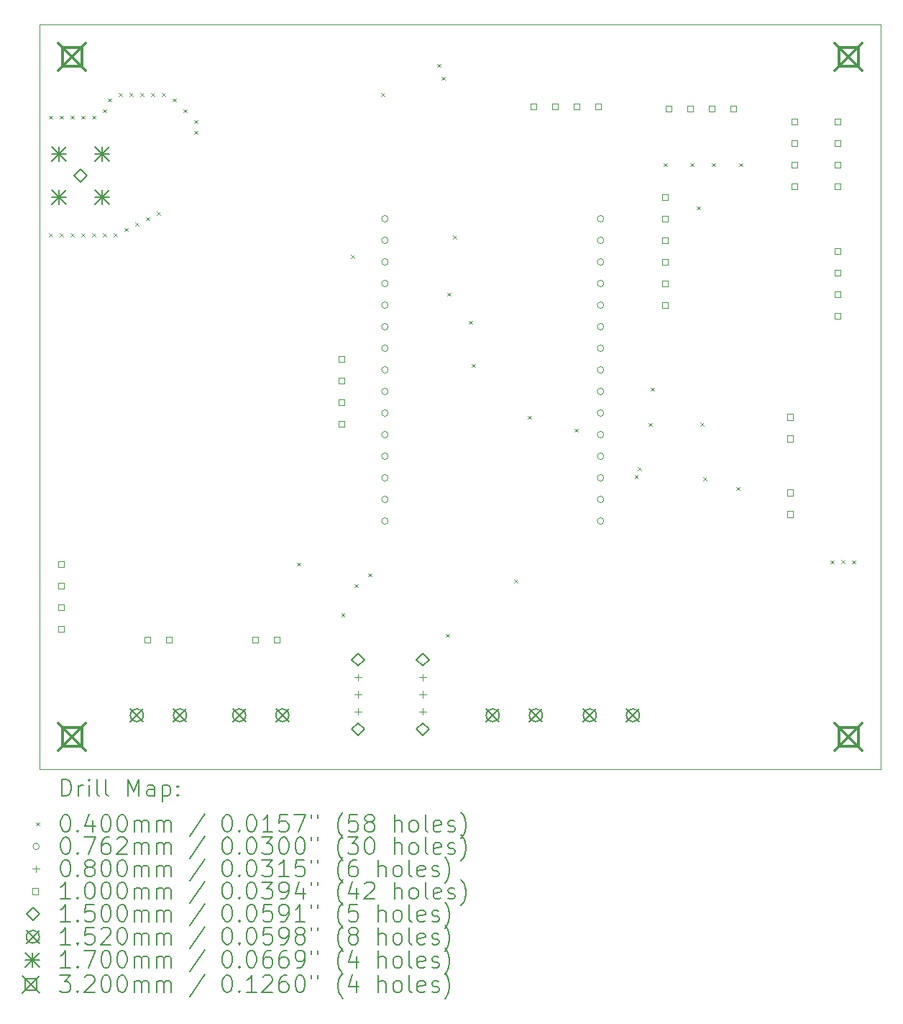
<source format=gbr>
%TF.GenerationSoftware,KiCad,Pcbnew,7.0.5*%
%TF.CreationDate,2023-07-22T19:45:40-06:00*%
%TF.ProjectId,Project-Supernova-PCB,50726f6a-6563-4742-9d53-757065726e6f,rev?*%
%TF.SameCoordinates,Original*%
%TF.FileFunction,Drillmap*%
%TF.FilePolarity,Positive*%
%FSLAX45Y45*%
G04 Gerber Fmt 4.5, Leading zero omitted, Abs format (unit mm)*
G04 Created by KiCad (PCBNEW 7.0.5) date 2023-07-22 19:45:40*
%MOMM*%
%LPD*%
G01*
G04 APERTURE LIST*
%ADD10C,0.100000*%
%ADD11C,0.200000*%
%ADD12C,0.040000*%
%ADD13C,0.076200*%
%ADD14C,0.080000*%
%ADD15C,0.150000*%
%ADD16C,0.152000*%
%ADD17C,0.170000*%
%ADD18C,0.320000*%
G04 APERTURE END LIST*
D10*
X8509000Y-4572000D02*
X18415000Y-4572000D01*
X18415000Y-13335000D01*
X8509000Y-13335000D01*
X8509000Y-4572000D01*
D11*
D12*
X8616000Y-5644200D02*
X8656000Y-5684200D01*
X8656000Y-5644200D02*
X8616000Y-5684200D01*
X8616000Y-7028500D02*
X8656000Y-7068500D01*
X8656000Y-7028500D02*
X8616000Y-7068500D01*
X8743000Y-5644200D02*
X8783000Y-5684200D01*
X8783000Y-5644200D02*
X8743000Y-5684200D01*
X8743000Y-7028500D02*
X8783000Y-7068500D01*
X8783000Y-7028500D02*
X8743000Y-7068500D01*
X8870000Y-5644200D02*
X8910000Y-5684200D01*
X8910000Y-5644200D02*
X8870000Y-5684200D01*
X8870000Y-7028500D02*
X8910000Y-7068500D01*
X8910000Y-7028500D02*
X8870000Y-7068500D01*
X8997000Y-5644200D02*
X9037000Y-5684200D01*
X9037000Y-5644200D02*
X8997000Y-5684200D01*
X8997000Y-7028500D02*
X9037000Y-7068500D01*
X9037000Y-7028500D02*
X8997000Y-7068500D01*
X9124000Y-5644200D02*
X9164000Y-5684200D01*
X9164000Y-5644200D02*
X9124000Y-5684200D01*
X9124000Y-7028500D02*
X9164000Y-7068500D01*
X9164000Y-7028500D02*
X9124000Y-7068500D01*
X9251000Y-5568000D02*
X9291000Y-5608000D01*
X9291000Y-5568000D02*
X9251000Y-5608000D01*
X9251000Y-7028500D02*
X9291000Y-7068500D01*
X9291000Y-7028500D02*
X9251000Y-7068500D01*
X9314500Y-5441000D02*
X9354500Y-5481000D01*
X9354500Y-5441000D02*
X9314500Y-5481000D01*
X9378000Y-7028500D02*
X9418000Y-7068500D01*
X9418000Y-7028500D02*
X9378000Y-7068500D01*
X9441500Y-5377500D02*
X9481500Y-5417500D01*
X9481500Y-5377500D02*
X9441500Y-5417500D01*
X9505000Y-6965000D02*
X9545000Y-7005000D01*
X9545000Y-6965000D02*
X9505000Y-7005000D01*
X9568500Y-5377500D02*
X9608500Y-5417500D01*
X9608500Y-5377500D02*
X9568500Y-5417500D01*
X9632000Y-6901500D02*
X9672000Y-6941500D01*
X9672000Y-6901500D02*
X9632000Y-6941500D01*
X9695500Y-5377500D02*
X9735500Y-5417500D01*
X9735500Y-5377500D02*
X9695500Y-5417500D01*
X9759000Y-6838000D02*
X9799000Y-6878000D01*
X9799000Y-6838000D02*
X9759000Y-6878000D01*
X9822500Y-5377500D02*
X9862500Y-5417500D01*
X9862500Y-5377500D02*
X9822500Y-5417500D01*
X9886000Y-6774500D02*
X9926000Y-6814500D01*
X9926000Y-6774500D02*
X9886000Y-6814500D01*
X9949500Y-5377500D02*
X9989500Y-5417500D01*
X9989500Y-5377500D02*
X9949500Y-5417500D01*
X10076500Y-5441000D02*
X10116500Y-5481000D01*
X10116500Y-5441000D02*
X10076500Y-5481000D01*
X10203500Y-5568000D02*
X10243500Y-5608000D01*
X10243500Y-5568000D02*
X10203500Y-5608000D01*
X10330500Y-5695000D02*
X10370500Y-5735000D01*
X10370500Y-5695000D02*
X10330500Y-5735000D01*
X10330500Y-5822000D02*
X10370500Y-5862000D01*
X10370500Y-5822000D02*
X10330500Y-5862000D01*
X11537000Y-10902000D02*
X11577000Y-10942000D01*
X11577000Y-10902000D02*
X11537000Y-10942000D01*
X12060000Y-11500000D02*
X12100000Y-11540000D01*
X12100000Y-11500000D02*
X12060000Y-11540000D01*
X12172000Y-7282500D02*
X12212000Y-7322500D01*
X12212000Y-7282500D02*
X12172000Y-7322500D01*
X12217550Y-11156000D02*
X12257550Y-11196000D01*
X12257550Y-11156000D02*
X12217550Y-11196000D01*
X12375200Y-11029000D02*
X12415200Y-11069000D01*
X12415200Y-11029000D02*
X12375200Y-11069000D01*
X12530000Y-5380000D02*
X12570000Y-5420000D01*
X12570000Y-5380000D02*
X12530000Y-5420000D01*
X13188000Y-5034600D02*
X13228000Y-5074600D01*
X13228000Y-5034600D02*
X13188000Y-5074600D01*
X13238370Y-5187430D02*
X13278370Y-5227430D01*
X13278370Y-5187430D02*
X13238370Y-5227430D01*
X13289600Y-11740200D02*
X13329600Y-11780200D01*
X13329600Y-11740200D02*
X13289600Y-11780200D01*
X13306050Y-7727000D02*
X13346050Y-7767000D01*
X13346050Y-7727000D02*
X13306050Y-7767000D01*
X13378500Y-7053900D02*
X13418500Y-7093900D01*
X13418500Y-7053900D02*
X13378500Y-7093900D01*
X13565250Y-8057200D02*
X13605250Y-8097200D01*
X13605250Y-8057200D02*
X13565250Y-8097200D01*
X13594400Y-8565200D02*
X13634400Y-8605200D01*
X13634400Y-8565200D02*
X13594400Y-8605200D01*
X14094900Y-11100000D02*
X14134900Y-11140000D01*
X14134900Y-11100000D02*
X14094900Y-11140000D01*
X14254800Y-9174800D02*
X14294800Y-9214800D01*
X14294800Y-9174800D02*
X14254800Y-9214800D01*
X14804650Y-9327200D02*
X14844650Y-9367200D01*
X14844650Y-9327200D02*
X14804650Y-9367200D01*
X15514881Y-9872621D02*
X15554881Y-9912621D01*
X15554881Y-9872621D02*
X15514881Y-9912621D01*
X15552450Y-9780000D02*
X15592450Y-9820000D01*
X15592450Y-9780000D02*
X15552450Y-9820000D01*
X15677200Y-9259950D02*
X15717200Y-9299950D01*
X15717200Y-9259950D02*
X15677200Y-9299950D01*
X15702600Y-8844600D02*
X15742600Y-8884600D01*
X15742600Y-8844600D02*
X15702600Y-8884600D01*
X15855000Y-6203000D02*
X15895000Y-6243000D01*
X15895000Y-6203000D02*
X15855000Y-6243000D01*
X16172500Y-6203000D02*
X16212500Y-6243000D01*
X16212500Y-6203000D02*
X16172500Y-6243000D01*
X16244950Y-6711000D02*
X16284950Y-6751000D01*
X16284950Y-6711000D02*
X16244950Y-6751000D01*
X16286800Y-9254750D02*
X16326800Y-9294750D01*
X16326800Y-9254750D02*
X16286800Y-9294750D01*
X16320000Y-9900000D02*
X16360000Y-9940000D01*
X16360000Y-9900000D02*
X16320000Y-9940000D01*
X16426500Y-6203000D02*
X16466500Y-6243000D01*
X16466500Y-6203000D02*
X16426500Y-6243000D01*
X16714750Y-10013000D02*
X16754750Y-10053000D01*
X16754750Y-10013000D02*
X16714750Y-10053000D01*
X16744000Y-6203000D02*
X16784000Y-6243000D01*
X16784000Y-6203000D02*
X16744000Y-6243000D01*
X17823500Y-10876600D02*
X17863500Y-10916600D01*
X17863500Y-10876600D02*
X17823500Y-10916600D01*
X17948000Y-10873100D02*
X17988000Y-10913100D01*
X17988000Y-10873100D02*
X17948000Y-10913100D01*
X18077500Y-10876600D02*
X18117500Y-10916600D01*
X18117500Y-10876600D02*
X18077500Y-10916600D01*
D13*
X12611100Y-6858000D02*
G75*
G03*
X12611100Y-6858000I-38100J0D01*
G01*
X12611100Y-7112000D02*
G75*
G03*
X12611100Y-7112000I-38100J0D01*
G01*
X12611100Y-7366000D02*
G75*
G03*
X12611100Y-7366000I-38100J0D01*
G01*
X12611100Y-7620000D02*
G75*
G03*
X12611100Y-7620000I-38100J0D01*
G01*
X12611100Y-7874000D02*
G75*
G03*
X12611100Y-7874000I-38100J0D01*
G01*
X12611100Y-8128000D02*
G75*
G03*
X12611100Y-8128000I-38100J0D01*
G01*
X12611100Y-8382000D02*
G75*
G03*
X12611100Y-8382000I-38100J0D01*
G01*
X12611100Y-8636000D02*
G75*
G03*
X12611100Y-8636000I-38100J0D01*
G01*
X12611100Y-8890000D02*
G75*
G03*
X12611100Y-8890000I-38100J0D01*
G01*
X12611100Y-9144000D02*
G75*
G03*
X12611100Y-9144000I-38100J0D01*
G01*
X12611100Y-9398000D02*
G75*
G03*
X12611100Y-9398000I-38100J0D01*
G01*
X12611100Y-9652000D02*
G75*
G03*
X12611100Y-9652000I-38100J0D01*
G01*
X12611100Y-9906000D02*
G75*
G03*
X12611100Y-9906000I-38100J0D01*
G01*
X12611100Y-10160000D02*
G75*
G03*
X12611100Y-10160000I-38100J0D01*
G01*
X12611100Y-10414000D02*
G75*
G03*
X12611100Y-10414000I-38100J0D01*
G01*
X15151100Y-6858000D02*
G75*
G03*
X15151100Y-6858000I-38100J0D01*
G01*
X15151100Y-7112000D02*
G75*
G03*
X15151100Y-7112000I-38100J0D01*
G01*
X15151100Y-7366000D02*
G75*
G03*
X15151100Y-7366000I-38100J0D01*
G01*
X15151100Y-7620000D02*
G75*
G03*
X15151100Y-7620000I-38100J0D01*
G01*
X15151100Y-7874000D02*
G75*
G03*
X15151100Y-7874000I-38100J0D01*
G01*
X15151100Y-8128000D02*
G75*
G03*
X15151100Y-8128000I-38100J0D01*
G01*
X15151100Y-8382000D02*
G75*
G03*
X15151100Y-8382000I-38100J0D01*
G01*
X15151100Y-8636000D02*
G75*
G03*
X15151100Y-8636000I-38100J0D01*
G01*
X15151100Y-8890000D02*
G75*
G03*
X15151100Y-8890000I-38100J0D01*
G01*
X15151100Y-9144000D02*
G75*
G03*
X15151100Y-9144000I-38100J0D01*
G01*
X15151100Y-9398000D02*
G75*
G03*
X15151100Y-9398000I-38100J0D01*
G01*
X15151100Y-9652000D02*
G75*
G03*
X15151100Y-9652000I-38100J0D01*
G01*
X15151100Y-9906000D02*
G75*
G03*
X15151100Y-9906000I-38100J0D01*
G01*
X15151100Y-10160000D02*
G75*
G03*
X15151100Y-10160000I-38100J0D01*
G01*
X15151100Y-10414000D02*
G75*
G03*
X15151100Y-10414000I-38100J0D01*
G01*
D14*
X12255500Y-12215500D02*
X12255500Y-12295500D01*
X12215500Y-12255500D02*
X12295500Y-12255500D01*
X12255500Y-12415500D02*
X12255500Y-12495500D01*
X12215500Y-12455500D02*
X12295500Y-12455500D01*
X12255500Y-12615500D02*
X12255500Y-12695500D01*
X12215500Y-12655500D02*
X12295500Y-12655500D01*
X13017500Y-12215500D02*
X13017500Y-12295500D01*
X12977500Y-12255500D02*
X13057500Y-12255500D01*
X13017500Y-12415500D02*
X13017500Y-12495500D01*
X12977500Y-12455500D02*
X13057500Y-12455500D01*
X13017500Y-12615500D02*
X13017500Y-12695500D01*
X12977500Y-12655500D02*
X13057500Y-12655500D01*
D10*
X8798356Y-10957356D02*
X8798356Y-10886644D01*
X8727644Y-10886644D01*
X8727644Y-10957356D01*
X8798356Y-10957356D01*
X8798356Y-11211356D02*
X8798356Y-11140644D01*
X8727644Y-11140644D01*
X8727644Y-11211356D01*
X8798356Y-11211356D01*
X8798356Y-11465356D02*
X8798356Y-11394644D01*
X8727644Y-11394644D01*
X8727644Y-11465356D01*
X8798356Y-11465356D01*
X8798356Y-11719356D02*
X8798356Y-11648644D01*
X8727644Y-11648644D01*
X8727644Y-11719356D01*
X8798356Y-11719356D01*
X9814356Y-11846356D02*
X9814356Y-11775644D01*
X9743644Y-11775644D01*
X9743644Y-11846356D01*
X9814356Y-11846356D01*
X10068356Y-11846356D02*
X10068356Y-11775644D01*
X9997644Y-11775644D01*
X9997644Y-11846356D01*
X10068356Y-11846356D01*
X11084356Y-11846356D02*
X11084356Y-11775644D01*
X11013644Y-11775644D01*
X11013644Y-11846356D01*
X11084356Y-11846356D01*
X11338356Y-11846356D02*
X11338356Y-11775644D01*
X11267644Y-11775644D01*
X11267644Y-11846356D01*
X11338356Y-11846356D01*
X12100356Y-8544356D02*
X12100356Y-8473644D01*
X12029644Y-8473644D01*
X12029644Y-8544356D01*
X12100356Y-8544356D01*
X12100356Y-8798356D02*
X12100356Y-8727644D01*
X12029644Y-8727644D01*
X12029644Y-8798356D01*
X12100356Y-8798356D01*
X12100356Y-9052356D02*
X12100356Y-8981644D01*
X12029644Y-8981644D01*
X12029644Y-9052356D01*
X12100356Y-9052356D01*
X12100356Y-9306356D02*
X12100356Y-9235644D01*
X12029644Y-9235644D01*
X12029644Y-9306356D01*
X12100356Y-9306356D01*
X14360956Y-5572556D02*
X14360956Y-5501844D01*
X14290244Y-5501844D01*
X14290244Y-5572556D01*
X14360956Y-5572556D01*
X14614956Y-5572556D02*
X14614956Y-5501844D01*
X14544244Y-5501844D01*
X14544244Y-5572556D01*
X14614956Y-5572556D01*
X14868956Y-5572556D02*
X14868956Y-5501844D01*
X14798244Y-5501844D01*
X14798244Y-5572556D01*
X14868956Y-5572556D01*
X15122956Y-5572556D02*
X15122956Y-5501844D01*
X15052244Y-5501844D01*
X15052244Y-5572556D01*
X15122956Y-5572556D01*
X15910356Y-6639356D02*
X15910356Y-6568644D01*
X15839644Y-6568644D01*
X15839644Y-6639356D01*
X15910356Y-6639356D01*
X15910356Y-6893356D02*
X15910356Y-6822644D01*
X15839644Y-6822644D01*
X15839644Y-6893356D01*
X15910356Y-6893356D01*
X15910356Y-7147356D02*
X15910356Y-7076644D01*
X15839644Y-7076644D01*
X15839644Y-7147356D01*
X15910356Y-7147356D01*
X15910356Y-7401356D02*
X15910356Y-7330644D01*
X15839644Y-7330644D01*
X15839644Y-7401356D01*
X15910356Y-7401356D01*
X15910356Y-7655356D02*
X15910356Y-7584644D01*
X15839644Y-7584644D01*
X15839644Y-7655356D01*
X15910356Y-7655356D01*
X15910356Y-7909356D02*
X15910356Y-7838644D01*
X15839644Y-7838644D01*
X15839644Y-7909356D01*
X15910356Y-7909356D01*
X15948456Y-5597956D02*
X15948456Y-5527244D01*
X15877744Y-5527244D01*
X15877744Y-5597956D01*
X15948456Y-5597956D01*
X16202456Y-5597956D02*
X16202456Y-5527244D01*
X16131744Y-5527244D01*
X16131744Y-5597956D01*
X16202456Y-5597956D01*
X16456456Y-5597956D02*
X16456456Y-5527244D01*
X16385744Y-5527244D01*
X16385744Y-5597956D01*
X16456456Y-5597956D01*
X16710456Y-5597956D02*
X16710456Y-5527244D01*
X16639744Y-5527244D01*
X16639744Y-5597956D01*
X16710456Y-5597956D01*
X17382606Y-9225356D02*
X17382606Y-9154644D01*
X17311894Y-9154644D01*
X17311894Y-9225356D01*
X17382606Y-9225356D01*
X17382606Y-9479356D02*
X17382606Y-9408644D01*
X17311894Y-9408644D01*
X17311894Y-9479356D01*
X17382606Y-9479356D01*
X17382606Y-10114356D02*
X17382606Y-10043644D01*
X17311894Y-10043644D01*
X17311894Y-10114356D01*
X17382606Y-10114356D01*
X17382606Y-10368356D02*
X17382606Y-10297644D01*
X17311894Y-10297644D01*
X17311894Y-10368356D01*
X17382606Y-10368356D01*
X17434356Y-5750356D02*
X17434356Y-5679644D01*
X17363644Y-5679644D01*
X17363644Y-5750356D01*
X17434356Y-5750356D01*
X17434356Y-6004356D02*
X17434356Y-5933644D01*
X17363644Y-5933644D01*
X17363644Y-6004356D01*
X17434356Y-6004356D01*
X17434356Y-6258356D02*
X17434356Y-6187644D01*
X17363644Y-6187644D01*
X17363644Y-6258356D01*
X17434356Y-6258356D01*
X17434356Y-6512356D02*
X17434356Y-6441644D01*
X17363644Y-6441644D01*
X17363644Y-6512356D01*
X17434356Y-6512356D01*
X17942356Y-5750356D02*
X17942356Y-5679644D01*
X17871644Y-5679644D01*
X17871644Y-5750356D01*
X17942356Y-5750356D01*
X17942356Y-6004356D02*
X17942356Y-5933644D01*
X17871644Y-5933644D01*
X17871644Y-6004356D01*
X17942356Y-6004356D01*
X17942356Y-6258356D02*
X17942356Y-6187644D01*
X17871644Y-6187644D01*
X17871644Y-6258356D01*
X17942356Y-6258356D01*
X17942356Y-6512356D02*
X17942356Y-6441644D01*
X17871644Y-6441644D01*
X17871644Y-6512356D01*
X17942356Y-6512356D01*
X17942356Y-7275356D02*
X17942356Y-7204644D01*
X17871644Y-7204644D01*
X17871644Y-7275356D01*
X17942356Y-7275356D01*
X17942356Y-7529356D02*
X17942356Y-7458644D01*
X17871644Y-7458644D01*
X17871644Y-7529356D01*
X17942356Y-7529356D01*
X17942356Y-7783356D02*
X17942356Y-7712644D01*
X17871644Y-7712644D01*
X17871644Y-7783356D01*
X17942356Y-7783356D01*
X17942356Y-8037356D02*
X17942356Y-7966644D01*
X17871644Y-7966644D01*
X17871644Y-8037356D01*
X17942356Y-8037356D01*
D15*
X8991600Y-6425000D02*
X9066600Y-6350000D01*
X8991600Y-6275000D01*
X8916600Y-6350000D01*
X8991600Y-6425000D01*
X12255500Y-12120500D02*
X12330500Y-12045500D01*
X12255500Y-11970500D01*
X12180500Y-12045500D01*
X12255500Y-12120500D01*
X12255500Y-12940500D02*
X12330500Y-12865500D01*
X12255500Y-12790500D01*
X12180500Y-12865500D01*
X12255500Y-12940500D01*
X13017500Y-12120500D02*
X13092500Y-12045500D01*
X13017500Y-11970500D01*
X12942500Y-12045500D01*
X13017500Y-12120500D01*
X13017500Y-12940500D02*
X13092500Y-12865500D01*
X13017500Y-12790500D01*
X12942500Y-12865500D01*
X13017500Y-12940500D01*
D16*
X9576000Y-12624000D02*
X9728000Y-12776000D01*
X9728000Y-12624000D02*
X9576000Y-12776000D01*
X9728000Y-12700000D02*
G75*
G03*
X9728000Y-12700000I-76000J0D01*
G01*
X10084000Y-12624000D02*
X10236000Y-12776000D01*
X10236000Y-12624000D02*
X10084000Y-12776000D01*
X10236000Y-12700000D02*
G75*
G03*
X10236000Y-12700000I-76000J0D01*
G01*
X10782500Y-12624000D02*
X10934500Y-12776000D01*
X10934500Y-12624000D02*
X10782500Y-12776000D01*
X10934500Y-12700000D02*
G75*
G03*
X10934500Y-12700000I-76000J0D01*
G01*
X11290500Y-12624000D02*
X11442500Y-12776000D01*
X11442500Y-12624000D02*
X11290500Y-12776000D01*
X11442500Y-12700000D02*
G75*
G03*
X11442500Y-12700000I-76000J0D01*
G01*
X13767000Y-12624000D02*
X13919000Y-12776000D01*
X13919000Y-12624000D02*
X13767000Y-12776000D01*
X13919000Y-12700000D02*
G75*
G03*
X13919000Y-12700000I-76000J0D01*
G01*
X14275000Y-12624000D02*
X14427000Y-12776000D01*
X14427000Y-12624000D02*
X14275000Y-12776000D01*
X14427000Y-12700000D02*
G75*
G03*
X14427000Y-12700000I-76000J0D01*
G01*
X14910000Y-12624000D02*
X15062000Y-12776000D01*
X15062000Y-12624000D02*
X14910000Y-12776000D01*
X15062000Y-12700000D02*
G75*
G03*
X15062000Y-12700000I-76000J0D01*
G01*
X15418000Y-12624000D02*
X15570000Y-12776000D01*
X15570000Y-12624000D02*
X15418000Y-12776000D01*
X15570000Y-12700000D02*
G75*
G03*
X15570000Y-12700000I-76000J0D01*
G01*
D17*
X8652600Y-6011000D02*
X8822600Y-6181000D01*
X8822600Y-6011000D02*
X8652600Y-6181000D01*
X8737600Y-6011000D02*
X8737600Y-6181000D01*
X8652600Y-6096000D02*
X8822600Y-6096000D01*
X8652600Y-6519000D02*
X8822600Y-6689000D01*
X8822600Y-6519000D02*
X8652600Y-6689000D01*
X8737600Y-6519000D02*
X8737600Y-6689000D01*
X8652600Y-6604000D02*
X8822600Y-6604000D01*
X9160600Y-6011000D02*
X9330600Y-6181000D01*
X9330600Y-6011000D02*
X9160600Y-6181000D01*
X9245600Y-6011000D02*
X9245600Y-6181000D01*
X9160600Y-6096000D02*
X9330600Y-6096000D01*
X9160600Y-6519000D02*
X9330600Y-6689000D01*
X9330600Y-6519000D02*
X9160600Y-6689000D01*
X9245600Y-6519000D02*
X9245600Y-6689000D01*
X9160600Y-6604000D02*
X9330600Y-6604000D01*
D18*
X8730000Y-4793000D02*
X9050000Y-5113000D01*
X9050000Y-4793000D02*
X8730000Y-5113000D01*
X9003138Y-5066138D02*
X9003138Y-4839862D01*
X8776862Y-4839862D01*
X8776862Y-5066138D01*
X9003138Y-5066138D01*
X8730000Y-12794000D02*
X9050000Y-13114000D01*
X9050000Y-12794000D02*
X8730000Y-13114000D01*
X9003138Y-13067138D02*
X9003138Y-12840862D01*
X8776862Y-12840862D01*
X8776862Y-13067138D01*
X9003138Y-13067138D01*
X17874000Y-4793000D02*
X18194000Y-5113000D01*
X18194000Y-4793000D02*
X17874000Y-5113000D01*
X18147138Y-5066138D02*
X18147138Y-4839862D01*
X17920862Y-4839862D01*
X17920862Y-5066138D01*
X18147138Y-5066138D01*
X17874000Y-12794000D02*
X18194000Y-13114000D01*
X18194000Y-12794000D02*
X17874000Y-13114000D01*
X18147138Y-13067138D02*
X18147138Y-12840862D01*
X17920862Y-12840862D01*
X17920862Y-13067138D01*
X18147138Y-13067138D01*
D11*
X8764777Y-13651484D02*
X8764777Y-13451484D01*
X8764777Y-13451484D02*
X8812396Y-13451484D01*
X8812396Y-13451484D02*
X8840967Y-13461008D01*
X8840967Y-13461008D02*
X8860015Y-13480055D01*
X8860015Y-13480055D02*
X8869539Y-13499103D01*
X8869539Y-13499103D02*
X8879063Y-13537198D01*
X8879063Y-13537198D02*
X8879063Y-13565769D01*
X8879063Y-13565769D02*
X8869539Y-13603865D01*
X8869539Y-13603865D02*
X8860015Y-13622912D01*
X8860015Y-13622912D02*
X8840967Y-13641960D01*
X8840967Y-13641960D02*
X8812396Y-13651484D01*
X8812396Y-13651484D02*
X8764777Y-13651484D01*
X8964777Y-13651484D02*
X8964777Y-13518150D01*
X8964777Y-13556246D02*
X8974301Y-13537198D01*
X8974301Y-13537198D02*
X8983824Y-13527674D01*
X8983824Y-13527674D02*
X9002872Y-13518150D01*
X9002872Y-13518150D02*
X9021920Y-13518150D01*
X9088586Y-13651484D02*
X9088586Y-13518150D01*
X9088586Y-13451484D02*
X9079063Y-13461008D01*
X9079063Y-13461008D02*
X9088586Y-13470531D01*
X9088586Y-13470531D02*
X9098110Y-13461008D01*
X9098110Y-13461008D02*
X9088586Y-13451484D01*
X9088586Y-13451484D02*
X9088586Y-13470531D01*
X9212396Y-13651484D02*
X9193348Y-13641960D01*
X9193348Y-13641960D02*
X9183824Y-13622912D01*
X9183824Y-13622912D02*
X9183824Y-13451484D01*
X9317158Y-13651484D02*
X9298110Y-13641960D01*
X9298110Y-13641960D02*
X9288586Y-13622912D01*
X9288586Y-13622912D02*
X9288586Y-13451484D01*
X9545729Y-13651484D02*
X9545729Y-13451484D01*
X9545729Y-13451484D02*
X9612396Y-13594341D01*
X9612396Y-13594341D02*
X9679063Y-13451484D01*
X9679063Y-13451484D02*
X9679063Y-13651484D01*
X9860015Y-13651484D02*
X9860015Y-13546722D01*
X9860015Y-13546722D02*
X9850491Y-13527674D01*
X9850491Y-13527674D02*
X9831444Y-13518150D01*
X9831444Y-13518150D02*
X9793348Y-13518150D01*
X9793348Y-13518150D02*
X9774301Y-13527674D01*
X9860015Y-13641960D02*
X9840967Y-13651484D01*
X9840967Y-13651484D02*
X9793348Y-13651484D01*
X9793348Y-13651484D02*
X9774301Y-13641960D01*
X9774301Y-13641960D02*
X9764777Y-13622912D01*
X9764777Y-13622912D02*
X9764777Y-13603865D01*
X9764777Y-13603865D02*
X9774301Y-13584817D01*
X9774301Y-13584817D02*
X9793348Y-13575293D01*
X9793348Y-13575293D02*
X9840967Y-13575293D01*
X9840967Y-13575293D02*
X9860015Y-13565769D01*
X9955253Y-13518150D02*
X9955253Y-13718150D01*
X9955253Y-13527674D02*
X9974301Y-13518150D01*
X9974301Y-13518150D02*
X10012396Y-13518150D01*
X10012396Y-13518150D02*
X10031444Y-13527674D01*
X10031444Y-13527674D02*
X10040967Y-13537198D01*
X10040967Y-13537198D02*
X10050491Y-13556246D01*
X10050491Y-13556246D02*
X10050491Y-13613388D01*
X10050491Y-13613388D02*
X10040967Y-13632436D01*
X10040967Y-13632436D02*
X10031444Y-13641960D01*
X10031444Y-13641960D02*
X10012396Y-13651484D01*
X10012396Y-13651484D02*
X9974301Y-13651484D01*
X9974301Y-13651484D02*
X9955253Y-13641960D01*
X10136205Y-13632436D02*
X10145729Y-13641960D01*
X10145729Y-13641960D02*
X10136205Y-13651484D01*
X10136205Y-13651484D02*
X10126682Y-13641960D01*
X10126682Y-13641960D02*
X10136205Y-13632436D01*
X10136205Y-13632436D02*
X10136205Y-13651484D01*
X10136205Y-13527674D02*
X10145729Y-13537198D01*
X10145729Y-13537198D02*
X10136205Y-13546722D01*
X10136205Y-13546722D02*
X10126682Y-13537198D01*
X10126682Y-13537198D02*
X10136205Y-13527674D01*
X10136205Y-13527674D02*
X10136205Y-13546722D01*
D12*
X8464000Y-13960000D02*
X8504000Y-14000000D01*
X8504000Y-13960000D02*
X8464000Y-14000000D01*
D11*
X8802872Y-13871484D02*
X8821920Y-13871484D01*
X8821920Y-13871484D02*
X8840967Y-13881008D01*
X8840967Y-13881008D02*
X8850491Y-13890531D01*
X8850491Y-13890531D02*
X8860015Y-13909579D01*
X8860015Y-13909579D02*
X8869539Y-13947674D01*
X8869539Y-13947674D02*
X8869539Y-13995293D01*
X8869539Y-13995293D02*
X8860015Y-14033388D01*
X8860015Y-14033388D02*
X8850491Y-14052436D01*
X8850491Y-14052436D02*
X8840967Y-14061960D01*
X8840967Y-14061960D02*
X8821920Y-14071484D01*
X8821920Y-14071484D02*
X8802872Y-14071484D01*
X8802872Y-14071484D02*
X8783824Y-14061960D01*
X8783824Y-14061960D02*
X8774301Y-14052436D01*
X8774301Y-14052436D02*
X8764777Y-14033388D01*
X8764777Y-14033388D02*
X8755253Y-13995293D01*
X8755253Y-13995293D02*
X8755253Y-13947674D01*
X8755253Y-13947674D02*
X8764777Y-13909579D01*
X8764777Y-13909579D02*
X8774301Y-13890531D01*
X8774301Y-13890531D02*
X8783824Y-13881008D01*
X8783824Y-13881008D02*
X8802872Y-13871484D01*
X8955253Y-14052436D02*
X8964777Y-14061960D01*
X8964777Y-14061960D02*
X8955253Y-14071484D01*
X8955253Y-14071484D02*
X8945729Y-14061960D01*
X8945729Y-14061960D02*
X8955253Y-14052436D01*
X8955253Y-14052436D02*
X8955253Y-14071484D01*
X9136205Y-13938150D02*
X9136205Y-14071484D01*
X9088586Y-13861960D02*
X9040967Y-14004817D01*
X9040967Y-14004817D02*
X9164777Y-14004817D01*
X9279063Y-13871484D02*
X9298110Y-13871484D01*
X9298110Y-13871484D02*
X9317158Y-13881008D01*
X9317158Y-13881008D02*
X9326682Y-13890531D01*
X9326682Y-13890531D02*
X9336205Y-13909579D01*
X9336205Y-13909579D02*
X9345729Y-13947674D01*
X9345729Y-13947674D02*
X9345729Y-13995293D01*
X9345729Y-13995293D02*
X9336205Y-14033388D01*
X9336205Y-14033388D02*
X9326682Y-14052436D01*
X9326682Y-14052436D02*
X9317158Y-14061960D01*
X9317158Y-14061960D02*
X9298110Y-14071484D01*
X9298110Y-14071484D02*
X9279063Y-14071484D01*
X9279063Y-14071484D02*
X9260015Y-14061960D01*
X9260015Y-14061960D02*
X9250491Y-14052436D01*
X9250491Y-14052436D02*
X9240967Y-14033388D01*
X9240967Y-14033388D02*
X9231444Y-13995293D01*
X9231444Y-13995293D02*
X9231444Y-13947674D01*
X9231444Y-13947674D02*
X9240967Y-13909579D01*
X9240967Y-13909579D02*
X9250491Y-13890531D01*
X9250491Y-13890531D02*
X9260015Y-13881008D01*
X9260015Y-13881008D02*
X9279063Y-13871484D01*
X9469539Y-13871484D02*
X9488586Y-13871484D01*
X9488586Y-13871484D02*
X9507634Y-13881008D01*
X9507634Y-13881008D02*
X9517158Y-13890531D01*
X9517158Y-13890531D02*
X9526682Y-13909579D01*
X9526682Y-13909579D02*
X9536205Y-13947674D01*
X9536205Y-13947674D02*
X9536205Y-13995293D01*
X9536205Y-13995293D02*
X9526682Y-14033388D01*
X9526682Y-14033388D02*
X9517158Y-14052436D01*
X9517158Y-14052436D02*
X9507634Y-14061960D01*
X9507634Y-14061960D02*
X9488586Y-14071484D01*
X9488586Y-14071484D02*
X9469539Y-14071484D01*
X9469539Y-14071484D02*
X9450491Y-14061960D01*
X9450491Y-14061960D02*
X9440967Y-14052436D01*
X9440967Y-14052436D02*
X9431444Y-14033388D01*
X9431444Y-14033388D02*
X9421920Y-13995293D01*
X9421920Y-13995293D02*
X9421920Y-13947674D01*
X9421920Y-13947674D02*
X9431444Y-13909579D01*
X9431444Y-13909579D02*
X9440967Y-13890531D01*
X9440967Y-13890531D02*
X9450491Y-13881008D01*
X9450491Y-13881008D02*
X9469539Y-13871484D01*
X9621920Y-14071484D02*
X9621920Y-13938150D01*
X9621920Y-13957198D02*
X9631444Y-13947674D01*
X9631444Y-13947674D02*
X9650491Y-13938150D01*
X9650491Y-13938150D02*
X9679063Y-13938150D01*
X9679063Y-13938150D02*
X9698110Y-13947674D01*
X9698110Y-13947674D02*
X9707634Y-13966722D01*
X9707634Y-13966722D02*
X9707634Y-14071484D01*
X9707634Y-13966722D02*
X9717158Y-13947674D01*
X9717158Y-13947674D02*
X9736205Y-13938150D01*
X9736205Y-13938150D02*
X9764777Y-13938150D01*
X9764777Y-13938150D02*
X9783825Y-13947674D01*
X9783825Y-13947674D02*
X9793348Y-13966722D01*
X9793348Y-13966722D02*
X9793348Y-14071484D01*
X9888586Y-14071484D02*
X9888586Y-13938150D01*
X9888586Y-13957198D02*
X9898110Y-13947674D01*
X9898110Y-13947674D02*
X9917158Y-13938150D01*
X9917158Y-13938150D02*
X9945729Y-13938150D01*
X9945729Y-13938150D02*
X9964777Y-13947674D01*
X9964777Y-13947674D02*
X9974301Y-13966722D01*
X9974301Y-13966722D02*
X9974301Y-14071484D01*
X9974301Y-13966722D02*
X9983825Y-13947674D01*
X9983825Y-13947674D02*
X10002872Y-13938150D01*
X10002872Y-13938150D02*
X10031444Y-13938150D01*
X10031444Y-13938150D02*
X10050491Y-13947674D01*
X10050491Y-13947674D02*
X10060015Y-13966722D01*
X10060015Y-13966722D02*
X10060015Y-14071484D01*
X10450491Y-13861960D02*
X10279063Y-14119103D01*
X10707634Y-13871484D02*
X10726682Y-13871484D01*
X10726682Y-13871484D02*
X10745729Y-13881008D01*
X10745729Y-13881008D02*
X10755253Y-13890531D01*
X10755253Y-13890531D02*
X10764777Y-13909579D01*
X10764777Y-13909579D02*
X10774301Y-13947674D01*
X10774301Y-13947674D02*
X10774301Y-13995293D01*
X10774301Y-13995293D02*
X10764777Y-14033388D01*
X10764777Y-14033388D02*
X10755253Y-14052436D01*
X10755253Y-14052436D02*
X10745729Y-14061960D01*
X10745729Y-14061960D02*
X10726682Y-14071484D01*
X10726682Y-14071484D02*
X10707634Y-14071484D01*
X10707634Y-14071484D02*
X10688587Y-14061960D01*
X10688587Y-14061960D02*
X10679063Y-14052436D01*
X10679063Y-14052436D02*
X10669539Y-14033388D01*
X10669539Y-14033388D02*
X10660015Y-13995293D01*
X10660015Y-13995293D02*
X10660015Y-13947674D01*
X10660015Y-13947674D02*
X10669539Y-13909579D01*
X10669539Y-13909579D02*
X10679063Y-13890531D01*
X10679063Y-13890531D02*
X10688587Y-13881008D01*
X10688587Y-13881008D02*
X10707634Y-13871484D01*
X10860015Y-14052436D02*
X10869539Y-14061960D01*
X10869539Y-14061960D02*
X10860015Y-14071484D01*
X10860015Y-14071484D02*
X10850491Y-14061960D01*
X10850491Y-14061960D02*
X10860015Y-14052436D01*
X10860015Y-14052436D02*
X10860015Y-14071484D01*
X10993348Y-13871484D02*
X11012396Y-13871484D01*
X11012396Y-13871484D02*
X11031444Y-13881008D01*
X11031444Y-13881008D02*
X11040968Y-13890531D01*
X11040968Y-13890531D02*
X11050491Y-13909579D01*
X11050491Y-13909579D02*
X11060015Y-13947674D01*
X11060015Y-13947674D02*
X11060015Y-13995293D01*
X11060015Y-13995293D02*
X11050491Y-14033388D01*
X11050491Y-14033388D02*
X11040968Y-14052436D01*
X11040968Y-14052436D02*
X11031444Y-14061960D01*
X11031444Y-14061960D02*
X11012396Y-14071484D01*
X11012396Y-14071484D02*
X10993348Y-14071484D01*
X10993348Y-14071484D02*
X10974301Y-14061960D01*
X10974301Y-14061960D02*
X10964777Y-14052436D01*
X10964777Y-14052436D02*
X10955253Y-14033388D01*
X10955253Y-14033388D02*
X10945729Y-13995293D01*
X10945729Y-13995293D02*
X10945729Y-13947674D01*
X10945729Y-13947674D02*
X10955253Y-13909579D01*
X10955253Y-13909579D02*
X10964777Y-13890531D01*
X10964777Y-13890531D02*
X10974301Y-13881008D01*
X10974301Y-13881008D02*
X10993348Y-13871484D01*
X11250491Y-14071484D02*
X11136206Y-14071484D01*
X11193348Y-14071484D02*
X11193348Y-13871484D01*
X11193348Y-13871484D02*
X11174301Y-13900055D01*
X11174301Y-13900055D02*
X11155253Y-13919103D01*
X11155253Y-13919103D02*
X11136206Y-13928627D01*
X11431444Y-13871484D02*
X11336206Y-13871484D01*
X11336206Y-13871484D02*
X11326682Y-13966722D01*
X11326682Y-13966722D02*
X11336206Y-13957198D01*
X11336206Y-13957198D02*
X11355253Y-13947674D01*
X11355253Y-13947674D02*
X11402872Y-13947674D01*
X11402872Y-13947674D02*
X11421920Y-13957198D01*
X11421920Y-13957198D02*
X11431444Y-13966722D01*
X11431444Y-13966722D02*
X11440967Y-13985769D01*
X11440967Y-13985769D02*
X11440967Y-14033388D01*
X11440967Y-14033388D02*
X11431444Y-14052436D01*
X11431444Y-14052436D02*
X11421920Y-14061960D01*
X11421920Y-14061960D02*
X11402872Y-14071484D01*
X11402872Y-14071484D02*
X11355253Y-14071484D01*
X11355253Y-14071484D02*
X11336206Y-14061960D01*
X11336206Y-14061960D02*
X11326682Y-14052436D01*
X11507634Y-13871484D02*
X11640967Y-13871484D01*
X11640967Y-13871484D02*
X11555253Y-14071484D01*
X11707634Y-13871484D02*
X11707634Y-13909579D01*
X11783825Y-13871484D02*
X11783825Y-13909579D01*
X12079063Y-14147674D02*
X12069539Y-14138150D01*
X12069539Y-14138150D02*
X12050491Y-14109579D01*
X12050491Y-14109579D02*
X12040968Y-14090531D01*
X12040968Y-14090531D02*
X12031444Y-14061960D01*
X12031444Y-14061960D02*
X12021920Y-14014341D01*
X12021920Y-14014341D02*
X12021920Y-13976246D01*
X12021920Y-13976246D02*
X12031444Y-13928627D01*
X12031444Y-13928627D02*
X12040968Y-13900055D01*
X12040968Y-13900055D02*
X12050491Y-13881008D01*
X12050491Y-13881008D02*
X12069539Y-13852436D01*
X12069539Y-13852436D02*
X12079063Y-13842912D01*
X12250491Y-13871484D02*
X12155253Y-13871484D01*
X12155253Y-13871484D02*
X12145729Y-13966722D01*
X12145729Y-13966722D02*
X12155253Y-13957198D01*
X12155253Y-13957198D02*
X12174301Y-13947674D01*
X12174301Y-13947674D02*
X12221920Y-13947674D01*
X12221920Y-13947674D02*
X12240968Y-13957198D01*
X12240968Y-13957198D02*
X12250491Y-13966722D01*
X12250491Y-13966722D02*
X12260015Y-13985769D01*
X12260015Y-13985769D02*
X12260015Y-14033388D01*
X12260015Y-14033388D02*
X12250491Y-14052436D01*
X12250491Y-14052436D02*
X12240968Y-14061960D01*
X12240968Y-14061960D02*
X12221920Y-14071484D01*
X12221920Y-14071484D02*
X12174301Y-14071484D01*
X12174301Y-14071484D02*
X12155253Y-14061960D01*
X12155253Y-14061960D02*
X12145729Y-14052436D01*
X12374301Y-13957198D02*
X12355253Y-13947674D01*
X12355253Y-13947674D02*
X12345729Y-13938150D01*
X12345729Y-13938150D02*
X12336206Y-13919103D01*
X12336206Y-13919103D02*
X12336206Y-13909579D01*
X12336206Y-13909579D02*
X12345729Y-13890531D01*
X12345729Y-13890531D02*
X12355253Y-13881008D01*
X12355253Y-13881008D02*
X12374301Y-13871484D01*
X12374301Y-13871484D02*
X12412396Y-13871484D01*
X12412396Y-13871484D02*
X12431444Y-13881008D01*
X12431444Y-13881008D02*
X12440968Y-13890531D01*
X12440968Y-13890531D02*
X12450491Y-13909579D01*
X12450491Y-13909579D02*
X12450491Y-13919103D01*
X12450491Y-13919103D02*
X12440968Y-13938150D01*
X12440968Y-13938150D02*
X12431444Y-13947674D01*
X12431444Y-13947674D02*
X12412396Y-13957198D01*
X12412396Y-13957198D02*
X12374301Y-13957198D01*
X12374301Y-13957198D02*
X12355253Y-13966722D01*
X12355253Y-13966722D02*
X12345729Y-13976246D01*
X12345729Y-13976246D02*
X12336206Y-13995293D01*
X12336206Y-13995293D02*
X12336206Y-14033388D01*
X12336206Y-14033388D02*
X12345729Y-14052436D01*
X12345729Y-14052436D02*
X12355253Y-14061960D01*
X12355253Y-14061960D02*
X12374301Y-14071484D01*
X12374301Y-14071484D02*
X12412396Y-14071484D01*
X12412396Y-14071484D02*
X12431444Y-14061960D01*
X12431444Y-14061960D02*
X12440968Y-14052436D01*
X12440968Y-14052436D02*
X12450491Y-14033388D01*
X12450491Y-14033388D02*
X12450491Y-13995293D01*
X12450491Y-13995293D02*
X12440968Y-13976246D01*
X12440968Y-13976246D02*
X12431444Y-13966722D01*
X12431444Y-13966722D02*
X12412396Y-13957198D01*
X12688587Y-14071484D02*
X12688587Y-13871484D01*
X12774301Y-14071484D02*
X12774301Y-13966722D01*
X12774301Y-13966722D02*
X12764777Y-13947674D01*
X12764777Y-13947674D02*
X12745730Y-13938150D01*
X12745730Y-13938150D02*
X12717158Y-13938150D01*
X12717158Y-13938150D02*
X12698110Y-13947674D01*
X12698110Y-13947674D02*
X12688587Y-13957198D01*
X12898110Y-14071484D02*
X12879063Y-14061960D01*
X12879063Y-14061960D02*
X12869539Y-14052436D01*
X12869539Y-14052436D02*
X12860015Y-14033388D01*
X12860015Y-14033388D02*
X12860015Y-13976246D01*
X12860015Y-13976246D02*
X12869539Y-13957198D01*
X12869539Y-13957198D02*
X12879063Y-13947674D01*
X12879063Y-13947674D02*
X12898110Y-13938150D01*
X12898110Y-13938150D02*
X12926682Y-13938150D01*
X12926682Y-13938150D02*
X12945730Y-13947674D01*
X12945730Y-13947674D02*
X12955253Y-13957198D01*
X12955253Y-13957198D02*
X12964777Y-13976246D01*
X12964777Y-13976246D02*
X12964777Y-14033388D01*
X12964777Y-14033388D02*
X12955253Y-14052436D01*
X12955253Y-14052436D02*
X12945730Y-14061960D01*
X12945730Y-14061960D02*
X12926682Y-14071484D01*
X12926682Y-14071484D02*
X12898110Y-14071484D01*
X13079063Y-14071484D02*
X13060015Y-14061960D01*
X13060015Y-14061960D02*
X13050491Y-14042912D01*
X13050491Y-14042912D02*
X13050491Y-13871484D01*
X13231444Y-14061960D02*
X13212396Y-14071484D01*
X13212396Y-14071484D02*
X13174301Y-14071484D01*
X13174301Y-14071484D02*
X13155253Y-14061960D01*
X13155253Y-14061960D02*
X13145730Y-14042912D01*
X13145730Y-14042912D02*
X13145730Y-13966722D01*
X13145730Y-13966722D02*
X13155253Y-13947674D01*
X13155253Y-13947674D02*
X13174301Y-13938150D01*
X13174301Y-13938150D02*
X13212396Y-13938150D01*
X13212396Y-13938150D02*
X13231444Y-13947674D01*
X13231444Y-13947674D02*
X13240968Y-13966722D01*
X13240968Y-13966722D02*
X13240968Y-13985769D01*
X13240968Y-13985769D02*
X13145730Y-14004817D01*
X13317158Y-14061960D02*
X13336206Y-14071484D01*
X13336206Y-14071484D02*
X13374301Y-14071484D01*
X13374301Y-14071484D02*
X13393349Y-14061960D01*
X13393349Y-14061960D02*
X13402872Y-14042912D01*
X13402872Y-14042912D02*
X13402872Y-14033388D01*
X13402872Y-14033388D02*
X13393349Y-14014341D01*
X13393349Y-14014341D02*
X13374301Y-14004817D01*
X13374301Y-14004817D02*
X13345730Y-14004817D01*
X13345730Y-14004817D02*
X13326682Y-13995293D01*
X13326682Y-13995293D02*
X13317158Y-13976246D01*
X13317158Y-13976246D02*
X13317158Y-13966722D01*
X13317158Y-13966722D02*
X13326682Y-13947674D01*
X13326682Y-13947674D02*
X13345730Y-13938150D01*
X13345730Y-13938150D02*
X13374301Y-13938150D01*
X13374301Y-13938150D02*
X13393349Y-13947674D01*
X13469539Y-14147674D02*
X13479063Y-14138150D01*
X13479063Y-14138150D02*
X13498111Y-14109579D01*
X13498111Y-14109579D02*
X13507634Y-14090531D01*
X13507634Y-14090531D02*
X13517158Y-14061960D01*
X13517158Y-14061960D02*
X13526682Y-14014341D01*
X13526682Y-14014341D02*
X13526682Y-13976246D01*
X13526682Y-13976246D02*
X13517158Y-13928627D01*
X13517158Y-13928627D02*
X13507634Y-13900055D01*
X13507634Y-13900055D02*
X13498111Y-13881008D01*
X13498111Y-13881008D02*
X13479063Y-13852436D01*
X13479063Y-13852436D02*
X13469539Y-13842912D01*
D13*
X8504000Y-14244000D02*
G75*
G03*
X8504000Y-14244000I-38100J0D01*
G01*
D11*
X8802872Y-14135484D02*
X8821920Y-14135484D01*
X8821920Y-14135484D02*
X8840967Y-14145008D01*
X8840967Y-14145008D02*
X8850491Y-14154531D01*
X8850491Y-14154531D02*
X8860015Y-14173579D01*
X8860015Y-14173579D02*
X8869539Y-14211674D01*
X8869539Y-14211674D02*
X8869539Y-14259293D01*
X8869539Y-14259293D02*
X8860015Y-14297388D01*
X8860015Y-14297388D02*
X8850491Y-14316436D01*
X8850491Y-14316436D02*
X8840967Y-14325960D01*
X8840967Y-14325960D02*
X8821920Y-14335484D01*
X8821920Y-14335484D02*
X8802872Y-14335484D01*
X8802872Y-14335484D02*
X8783824Y-14325960D01*
X8783824Y-14325960D02*
X8774301Y-14316436D01*
X8774301Y-14316436D02*
X8764777Y-14297388D01*
X8764777Y-14297388D02*
X8755253Y-14259293D01*
X8755253Y-14259293D02*
X8755253Y-14211674D01*
X8755253Y-14211674D02*
X8764777Y-14173579D01*
X8764777Y-14173579D02*
X8774301Y-14154531D01*
X8774301Y-14154531D02*
X8783824Y-14145008D01*
X8783824Y-14145008D02*
X8802872Y-14135484D01*
X8955253Y-14316436D02*
X8964777Y-14325960D01*
X8964777Y-14325960D02*
X8955253Y-14335484D01*
X8955253Y-14335484D02*
X8945729Y-14325960D01*
X8945729Y-14325960D02*
X8955253Y-14316436D01*
X8955253Y-14316436D02*
X8955253Y-14335484D01*
X9031444Y-14135484D02*
X9164777Y-14135484D01*
X9164777Y-14135484D02*
X9079063Y-14335484D01*
X9326682Y-14135484D02*
X9288586Y-14135484D01*
X9288586Y-14135484D02*
X9269539Y-14145008D01*
X9269539Y-14145008D02*
X9260015Y-14154531D01*
X9260015Y-14154531D02*
X9240967Y-14183103D01*
X9240967Y-14183103D02*
X9231444Y-14221198D01*
X9231444Y-14221198D02*
X9231444Y-14297388D01*
X9231444Y-14297388D02*
X9240967Y-14316436D01*
X9240967Y-14316436D02*
X9250491Y-14325960D01*
X9250491Y-14325960D02*
X9269539Y-14335484D01*
X9269539Y-14335484D02*
X9307634Y-14335484D01*
X9307634Y-14335484D02*
X9326682Y-14325960D01*
X9326682Y-14325960D02*
X9336205Y-14316436D01*
X9336205Y-14316436D02*
X9345729Y-14297388D01*
X9345729Y-14297388D02*
X9345729Y-14249769D01*
X9345729Y-14249769D02*
X9336205Y-14230722D01*
X9336205Y-14230722D02*
X9326682Y-14221198D01*
X9326682Y-14221198D02*
X9307634Y-14211674D01*
X9307634Y-14211674D02*
X9269539Y-14211674D01*
X9269539Y-14211674D02*
X9250491Y-14221198D01*
X9250491Y-14221198D02*
X9240967Y-14230722D01*
X9240967Y-14230722D02*
X9231444Y-14249769D01*
X9421920Y-14154531D02*
X9431444Y-14145008D01*
X9431444Y-14145008D02*
X9450491Y-14135484D01*
X9450491Y-14135484D02*
X9498110Y-14135484D01*
X9498110Y-14135484D02*
X9517158Y-14145008D01*
X9517158Y-14145008D02*
X9526682Y-14154531D01*
X9526682Y-14154531D02*
X9536205Y-14173579D01*
X9536205Y-14173579D02*
X9536205Y-14192627D01*
X9536205Y-14192627D02*
X9526682Y-14221198D01*
X9526682Y-14221198D02*
X9412396Y-14335484D01*
X9412396Y-14335484D02*
X9536205Y-14335484D01*
X9621920Y-14335484D02*
X9621920Y-14202150D01*
X9621920Y-14221198D02*
X9631444Y-14211674D01*
X9631444Y-14211674D02*
X9650491Y-14202150D01*
X9650491Y-14202150D02*
X9679063Y-14202150D01*
X9679063Y-14202150D02*
X9698110Y-14211674D01*
X9698110Y-14211674D02*
X9707634Y-14230722D01*
X9707634Y-14230722D02*
X9707634Y-14335484D01*
X9707634Y-14230722D02*
X9717158Y-14211674D01*
X9717158Y-14211674D02*
X9736205Y-14202150D01*
X9736205Y-14202150D02*
X9764777Y-14202150D01*
X9764777Y-14202150D02*
X9783825Y-14211674D01*
X9783825Y-14211674D02*
X9793348Y-14230722D01*
X9793348Y-14230722D02*
X9793348Y-14335484D01*
X9888586Y-14335484D02*
X9888586Y-14202150D01*
X9888586Y-14221198D02*
X9898110Y-14211674D01*
X9898110Y-14211674D02*
X9917158Y-14202150D01*
X9917158Y-14202150D02*
X9945729Y-14202150D01*
X9945729Y-14202150D02*
X9964777Y-14211674D01*
X9964777Y-14211674D02*
X9974301Y-14230722D01*
X9974301Y-14230722D02*
X9974301Y-14335484D01*
X9974301Y-14230722D02*
X9983825Y-14211674D01*
X9983825Y-14211674D02*
X10002872Y-14202150D01*
X10002872Y-14202150D02*
X10031444Y-14202150D01*
X10031444Y-14202150D02*
X10050491Y-14211674D01*
X10050491Y-14211674D02*
X10060015Y-14230722D01*
X10060015Y-14230722D02*
X10060015Y-14335484D01*
X10450491Y-14125960D02*
X10279063Y-14383103D01*
X10707634Y-14135484D02*
X10726682Y-14135484D01*
X10726682Y-14135484D02*
X10745729Y-14145008D01*
X10745729Y-14145008D02*
X10755253Y-14154531D01*
X10755253Y-14154531D02*
X10764777Y-14173579D01*
X10764777Y-14173579D02*
X10774301Y-14211674D01*
X10774301Y-14211674D02*
X10774301Y-14259293D01*
X10774301Y-14259293D02*
X10764777Y-14297388D01*
X10764777Y-14297388D02*
X10755253Y-14316436D01*
X10755253Y-14316436D02*
X10745729Y-14325960D01*
X10745729Y-14325960D02*
X10726682Y-14335484D01*
X10726682Y-14335484D02*
X10707634Y-14335484D01*
X10707634Y-14335484D02*
X10688587Y-14325960D01*
X10688587Y-14325960D02*
X10679063Y-14316436D01*
X10679063Y-14316436D02*
X10669539Y-14297388D01*
X10669539Y-14297388D02*
X10660015Y-14259293D01*
X10660015Y-14259293D02*
X10660015Y-14211674D01*
X10660015Y-14211674D02*
X10669539Y-14173579D01*
X10669539Y-14173579D02*
X10679063Y-14154531D01*
X10679063Y-14154531D02*
X10688587Y-14145008D01*
X10688587Y-14145008D02*
X10707634Y-14135484D01*
X10860015Y-14316436D02*
X10869539Y-14325960D01*
X10869539Y-14325960D02*
X10860015Y-14335484D01*
X10860015Y-14335484D02*
X10850491Y-14325960D01*
X10850491Y-14325960D02*
X10860015Y-14316436D01*
X10860015Y-14316436D02*
X10860015Y-14335484D01*
X10993348Y-14135484D02*
X11012396Y-14135484D01*
X11012396Y-14135484D02*
X11031444Y-14145008D01*
X11031444Y-14145008D02*
X11040968Y-14154531D01*
X11040968Y-14154531D02*
X11050491Y-14173579D01*
X11050491Y-14173579D02*
X11060015Y-14211674D01*
X11060015Y-14211674D02*
X11060015Y-14259293D01*
X11060015Y-14259293D02*
X11050491Y-14297388D01*
X11050491Y-14297388D02*
X11040968Y-14316436D01*
X11040968Y-14316436D02*
X11031444Y-14325960D01*
X11031444Y-14325960D02*
X11012396Y-14335484D01*
X11012396Y-14335484D02*
X10993348Y-14335484D01*
X10993348Y-14335484D02*
X10974301Y-14325960D01*
X10974301Y-14325960D02*
X10964777Y-14316436D01*
X10964777Y-14316436D02*
X10955253Y-14297388D01*
X10955253Y-14297388D02*
X10945729Y-14259293D01*
X10945729Y-14259293D02*
X10945729Y-14211674D01*
X10945729Y-14211674D02*
X10955253Y-14173579D01*
X10955253Y-14173579D02*
X10964777Y-14154531D01*
X10964777Y-14154531D02*
X10974301Y-14145008D01*
X10974301Y-14145008D02*
X10993348Y-14135484D01*
X11126682Y-14135484D02*
X11250491Y-14135484D01*
X11250491Y-14135484D02*
X11183825Y-14211674D01*
X11183825Y-14211674D02*
X11212396Y-14211674D01*
X11212396Y-14211674D02*
X11231444Y-14221198D01*
X11231444Y-14221198D02*
X11240967Y-14230722D01*
X11240967Y-14230722D02*
X11250491Y-14249769D01*
X11250491Y-14249769D02*
X11250491Y-14297388D01*
X11250491Y-14297388D02*
X11240967Y-14316436D01*
X11240967Y-14316436D02*
X11231444Y-14325960D01*
X11231444Y-14325960D02*
X11212396Y-14335484D01*
X11212396Y-14335484D02*
X11155253Y-14335484D01*
X11155253Y-14335484D02*
X11136206Y-14325960D01*
X11136206Y-14325960D02*
X11126682Y-14316436D01*
X11374301Y-14135484D02*
X11393348Y-14135484D01*
X11393348Y-14135484D02*
X11412396Y-14145008D01*
X11412396Y-14145008D02*
X11421920Y-14154531D01*
X11421920Y-14154531D02*
X11431444Y-14173579D01*
X11431444Y-14173579D02*
X11440967Y-14211674D01*
X11440967Y-14211674D02*
X11440967Y-14259293D01*
X11440967Y-14259293D02*
X11431444Y-14297388D01*
X11431444Y-14297388D02*
X11421920Y-14316436D01*
X11421920Y-14316436D02*
X11412396Y-14325960D01*
X11412396Y-14325960D02*
X11393348Y-14335484D01*
X11393348Y-14335484D02*
X11374301Y-14335484D01*
X11374301Y-14335484D02*
X11355253Y-14325960D01*
X11355253Y-14325960D02*
X11345729Y-14316436D01*
X11345729Y-14316436D02*
X11336206Y-14297388D01*
X11336206Y-14297388D02*
X11326682Y-14259293D01*
X11326682Y-14259293D02*
X11326682Y-14211674D01*
X11326682Y-14211674D02*
X11336206Y-14173579D01*
X11336206Y-14173579D02*
X11345729Y-14154531D01*
X11345729Y-14154531D02*
X11355253Y-14145008D01*
X11355253Y-14145008D02*
X11374301Y-14135484D01*
X11564777Y-14135484D02*
X11583825Y-14135484D01*
X11583825Y-14135484D02*
X11602872Y-14145008D01*
X11602872Y-14145008D02*
X11612396Y-14154531D01*
X11612396Y-14154531D02*
X11621920Y-14173579D01*
X11621920Y-14173579D02*
X11631444Y-14211674D01*
X11631444Y-14211674D02*
X11631444Y-14259293D01*
X11631444Y-14259293D02*
X11621920Y-14297388D01*
X11621920Y-14297388D02*
X11612396Y-14316436D01*
X11612396Y-14316436D02*
X11602872Y-14325960D01*
X11602872Y-14325960D02*
X11583825Y-14335484D01*
X11583825Y-14335484D02*
X11564777Y-14335484D01*
X11564777Y-14335484D02*
X11545729Y-14325960D01*
X11545729Y-14325960D02*
X11536206Y-14316436D01*
X11536206Y-14316436D02*
X11526682Y-14297388D01*
X11526682Y-14297388D02*
X11517158Y-14259293D01*
X11517158Y-14259293D02*
X11517158Y-14211674D01*
X11517158Y-14211674D02*
X11526682Y-14173579D01*
X11526682Y-14173579D02*
X11536206Y-14154531D01*
X11536206Y-14154531D02*
X11545729Y-14145008D01*
X11545729Y-14145008D02*
X11564777Y-14135484D01*
X11707634Y-14135484D02*
X11707634Y-14173579D01*
X11783825Y-14135484D02*
X11783825Y-14173579D01*
X12079063Y-14411674D02*
X12069539Y-14402150D01*
X12069539Y-14402150D02*
X12050491Y-14373579D01*
X12050491Y-14373579D02*
X12040968Y-14354531D01*
X12040968Y-14354531D02*
X12031444Y-14325960D01*
X12031444Y-14325960D02*
X12021920Y-14278341D01*
X12021920Y-14278341D02*
X12021920Y-14240246D01*
X12021920Y-14240246D02*
X12031444Y-14192627D01*
X12031444Y-14192627D02*
X12040968Y-14164055D01*
X12040968Y-14164055D02*
X12050491Y-14145008D01*
X12050491Y-14145008D02*
X12069539Y-14116436D01*
X12069539Y-14116436D02*
X12079063Y-14106912D01*
X12136206Y-14135484D02*
X12260015Y-14135484D01*
X12260015Y-14135484D02*
X12193348Y-14211674D01*
X12193348Y-14211674D02*
X12221920Y-14211674D01*
X12221920Y-14211674D02*
X12240968Y-14221198D01*
X12240968Y-14221198D02*
X12250491Y-14230722D01*
X12250491Y-14230722D02*
X12260015Y-14249769D01*
X12260015Y-14249769D02*
X12260015Y-14297388D01*
X12260015Y-14297388D02*
X12250491Y-14316436D01*
X12250491Y-14316436D02*
X12240968Y-14325960D01*
X12240968Y-14325960D02*
X12221920Y-14335484D01*
X12221920Y-14335484D02*
X12164777Y-14335484D01*
X12164777Y-14335484D02*
X12145729Y-14325960D01*
X12145729Y-14325960D02*
X12136206Y-14316436D01*
X12383825Y-14135484D02*
X12402872Y-14135484D01*
X12402872Y-14135484D02*
X12421920Y-14145008D01*
X12421920Y-14145008D02*
X12431444Y-14154531D01*
X12431444Y-14154531D02*
X12440968Y-14173579D01*
X12440968Y-14173579D02*
X12450491Y-14211674D01*
X12450491Y-14211674D02*
X12450491Y-14259293D01*
X12450491Y-14259293D02*
X12440968Y-14297388D01*
X12440968Y-14297388D02*
X12431444Y-14316436D01*
X12431444Y-14316436D02*
X12421920Y-14325960D01*
X12421920Y-14325960D02*
X12402872Y-14335484D01*
X12402872Y-14335484D02*
X12383825Y-14335484D01*
X12383825Y-14335484D02*
X12364777Y-14325960D01*
X12364777Y-14325960D02*
X12355253Y-14316436D01*
X12355253Y-14316436D02*
X12345729Y-14297388D01*
X12345729Y-14297388D02*
X12336206Y-14259293D01*
X12336206Y-14259293D02*
X12336206Y-14211674D01*
X12336206Y-14211674D02*
X12345729Y-14173579D01*
X12345729Y-14173579D02*
X12355253Y-14154531D01*
X12355253Y-14154531D02*
X12364777Y-14145008D01*
X12364777Y-14145008D02*
X12383825Y-14135484D01*
X12688587Y-14335484D02*
X12688587Y-14135484D01*
X12774301Y-14335484D02*
X12774301Y-14230722D01*
X12774301Y-14230722D02*
X12764777Y-14211674D01*
X12764777Y-14211674D02*
X12745730Y-14202150D01*
X12745730Y-14202150D02*
X12717158Y-14202150D01*
X12717158Y-14202150D02*
X12698110Y-14211674D01*
X12698110Y-14211674D02*
X12688587Y-14221198D01*
X12898110Y-14335484D02*
X12879063Y-14325960D01*
X12879063Y-14325960D02*
X12869539Y-14316436D01*
X12869539Y-14316436D02*
X12860015Y-14297388D01*
X12860015Y-14297388D02*
X12860015Y-14240246D01*
X12860015Y-14240246D02*
X12869539Y-14221198D01*
X12869539Y-14221198D02*
X12879063Y-14211674D01*
X12879063Y-14211674D02*
X12898110Y-14202150D01*
X12898110Y-14202150D02*
X12926682Y-14202150D01*
X12926682Y-14202150D02*
X12945730Y-14211674D01*
X12945730Y-14211674D02*
X12955253Y-14221198D01*
X12955253Y-14221198D02*
X12964777Y-14240246D01*
X12964777Y-14240246D02*
X12964777Y-14297388D01*
X12964777Y-14297388D02*
X12955253Y-14316436D01*
X12955253Y-14316436D02*
X12945730Y-14325960D01*
X12945730Y-14325960D02*
X12926682Y-14335484D01*
X12926682Y-14335484D02*
X12898110Y-14335484D01*
X13079063Y-14335484D02*
X13060015Y-14325960D01*
X13060015Y-14325960D02*
X13050491Y-14306912D01*
X13050491Y-14306912D02*
X13050491Y-14135484D01*
X13231444Y-14325960D02*
X13212396Y-14335484D01*
X13212396Y-14335484D02*
X13174301Y-14335484D01*
X13174301Y-14335484D02*
X13155253Y-14325960D01*
X13155253Y-14325960D02*
X13145730Y-14306912D01*
X13145730Y-14306912D02*
X13145730Y-14230722D01*
X13145730Y-14230722D02*
X13155253Y-14211674D01*
X13155253Y-14211674D02*
X13174301Y-14202150D01*
X13174301Y-14202150D02*
X13212396Y-14202150D01*
X13212396Y-14202150D02*
X13231444Y-14211674D01*
X13231444Y-14211674D02*
X13240968Y-14230722D01*
X13240968Y-14230722D02*
X13240968Y-14249769D01*
X13240968Y-14249769D02*
X13145730Y-14268817D01*
X13317158Y-14325960D02*
X13336206Y-14335484D01*
X13336206Y-14335484D02*
X13374301Y-14335484D01*
X13374301Y-14335484D02*
X13393349Y-14325960D01*
X13393349Y-14325960D02*
X13402872Y-14306912D01*
X13402872Y-14306912D02*
X13402872Y-14297388D01*
X13402872Y-14297388D02*
X13393349Y-14278341D01*
X13393349Y-14278341D02*
X13374301Y-14268817D01*
X13374301Y-14268817D02*
X13345730Y-14268817D01*
X13345730Y-14268817D02*
X13326682Y-14259293D01*
X13326682Y-14259293D02*
X13317158Y-14240246D01*
X13317158Y-14240246D02*
X13317158Y-14230722D01*
X13317158Y-14230722D02*
X13326682Y-14211674D01*
X13326682Y-14211674D02*
X13345730Y-14202150D01*
X13345730Y-14202150D02*
X13374301Y-14202150D01*
X13374301Y-14202150D02*
X13393349Y-14211674D01*
X13469539Y-14411674D02*
X13479063Y-14402150D01*
X13479063Y-14402150D02*
X13498111Y-14373579D01*
X13498111Y-14373579D02*
X13507634Y-14354531D01*
X13507634Y-14354531D02*
X13517158Y-14325960D01*
X13517158Y-14325960D02*
X13526682Y-14278341D01*
X13526682Y-14278341D02*
X13526682Y-14240246D01*
X13526682Y-14240246D02*
X13517158Y-14192627D01*
X13517158Y-14192627D02*
X13507634Y-14164055D01*
X13507634Y-14164055D02*
X13498111Y-14145008D01*
X13498111Y-14145008D02*
X13479063Y-14116436D01*
X13479063Y-14116436D02*
X13469539Y-14106912D01*
D14*
X8464000Y-14468000D02*
X8464000Y-14548000D01*
X8424000Y-14508000D02*
X8504000Y-14508000D01*
D11*
X8802872Y-14399484D02*
X8821920Y-14399484D01*
X8821920Y-14399484D02*
X8840967Y-14409008D01*
X8840967Y-14409008D02*
X8850491Y-14418531D01*
X8850491Y-14418531D02*
X8860015Y-14437579D01*
X8860015Y-14437579D02*
X8869539Y-14475674D01*
X8869539Y-14475674D02*
X8869539Y-14523293D01*
X8869539Y-14523293D02*
X8860015Y-14561388D01*
X8860015Y-14561388D02*
X8850491Y-14580436D01*
X8850491Y-14580436D02*
X8840967Y-14589960D01*
X8840967Y-14589960D02*
X8821920Y-14599484D01*
X8821920Y-14599484D02*
X8802872Y-14599484D01*
X8802872Y-14599484D02*
X8783824Y-14589960D01*
X8783824Y-14589960D02*
X8774301Y-14580436D01*
X8774301Y-14580436D02*
X8764777Y-14561388D01*
X8764777Y-14561388D02*
X8755253Y-14523293D01*
X8755253Y-14523293D02*
X8755253Y-14475674D01*
X8755253Y-14475674D02*
X8764777Y-14437579D01*
X8764777Y-14437579D02*
X8774301Y-14418531D01*
X8774301Y-14418531D02*
X8783824Y-14409008D01*
X8783824Y-14409008D02*
X8802872Y-14399484D01*
X8955253Y-14580436D02*
X8964777Y-14589960D01*
X8964777Y-14589960D02*
X8955253Y-14599484D01*
X8955253Y-14599484D02*
X8945729Y-14589960D01*
X8945729Y-14589960D02*
X8955253Y-14580436D01*
X8955253Y-14580436D02*
X8955253Y-14599484D01*
X9079063Y-14485198D02*
X9060015Y-14475674D01*
X9060015Y-14475674D02*
X9050491Y-14466150D01*
X9050491Y-14466150D02*
X9040967Y-14447103D01*
X9040967Y-14447103D02*
X9040967Y-14437579D01*
X9040967Y-14437579D02*
X9050491Y-14418531D01*
X9050491Y-14418531D02*
X9060015Y-14409008D01*
X9060015Y-14409008D02*
X9079063Y-14399484D01*
X9079063Y-14399484D02*
X9117158Y-14399484D01*
X9117158Y-14399484D02*
X9136205Y-14409008D01*
X9136205Y-14409008D02*
X9145729Y-14418531D01*
X9145729Y-14418531D02*
X9155253Y-14437579D01*
X9155253Y-14437579D02*
X9155253Y-14447103D01*
X9155253Y-14447103D02*
X9145729Y-14466150D01*
X9145729Y-14466150D02*
X9136205Y-14475674D01*
X9136205Y-14475674D02*
X9117158Y-14485198D01*
X9117158Y-14485198D02*
X9079063Y-14485198D01*
X9079063Y-14485198D02*
X9060015Y-14494722D01*
X9060015Y-14494722D02*
X9050491Y-14504246D01*
X9050491Y-14504246D02*
X9040967Y-14523293D01*
X9040967Y-14523293D02*
X9040967Y-14561388D01*
X9040967Y-14561388D02*
X9050491Y-14580436D01*
X9050491Y-14580436D02*
X9060015Y-14589960D01*
X9060015Y-14589960D02*
X9079063Y-14599484D01*
X9079063Y-14599484D02*
X9117158Y-14599484D01*
X9117158Y-14599484D02*
X9136205Y-14589960D01*
X9136205Y-14589960D02*
X9145729Y-14580436D01*
X9145729Y-14580436D02*
X9155253Y-14561388D01*
X9155253Y-14561388D02*
X9155253Y-14523293D01*
X9155253Y-14523293D02*
X9145729Y-14504246D01*
X9145729Y-14504246D02*
X9136205Y-14494722D01*
X9136205Y-14494722D02*
X9117158Y-14485198D01*
X9279063Y-14399484D02*
X9298110Y-14399484D01*
X9298110Y-14399484D02*
X9317158Y-14409008D01*
X9317158Y-14409008D02*
X9326682Y-14418531D01*
X9326682Y-14418531D02*
X9336205Y-14437579D01*
X9336205Y-14437579D02*
X9345729Y-14475674D01*
X9345729Y-14475674D02*
X9345729Y-14523293D01*
X9345729Y-14523293D02*
X9336205Y-14561388D01*
X9336205Y-14561388D02*
X9326682Y-14580436D01*
X9326682Y-14580436D02*
X9317158Y-14589960D01*
X9317158Y-14589960D02*
X9298110Y-14599484D01*
X9298110Y-14599484D02*
X9279063Y-14599484D01*
X9279063Y-14599484D02*
X9260015Y-14589960D01*
X9260015Y-14589960D02*
X9250491Y-14580436D01*
X9250491Y-14580436D02*
X9240967Y-14561388D01*
X9240967Y-14561388D02*
X9231444Y-14523293D01*
X9231444Y-14523293D02*
X9231444Y-14475674D01*
X9231444Y-14475674D02*
X9240967Y-14437579D01*
X9240967Y-14437579D02*
X9250491Y-14418531D01*
X9250491Y-14418531D02*
X9260015Y-14409008D01*
X9260015Y-14409008D02*
X9279063Y-14399484D01*
X9469539Y-14399484D02*
X9488586Y-14399484D01*
X9488586Y-14399484D02*
X9507634Y-14409008D01*
X9507634Y-14409008D02*
X9517158Y-14418531D01*
X9517158Y-14418531D02*
X9526682Y-14437579D01*
X9526682Y-14437579D02*
X9536205Y-14475674D01*
X9536205Y-14475674D02*
X9536205Y-14523293D01*
X9536205Y-14523293D02*
X9526682Y-14561388D01*
X9526682Y-14561388D02*
X9517158Y-14580436D01*
X9517158Y-14580436D02*
X9507634Y-14589960D01*
X9507634Y-14589960D02*
X9488586Y-14599484D01*
X9488586Y-14599484D02*
X9469539Y-14599484D01*
X9469539Y-14599484D02*
X9450491Y-14589960D01*
X9450491Y-14589960D02*
X9440967Y-14580436D01*
X9440967Y-14580436D02*
X9431444Y-14561388D01*
X9431444Y-14561388D02*
X9421920Y-14523293D01*
X9421920Y-14523293D02*
X9421920Y-14475674D01*
X9421920Y-14475674D02*
X9431444Y-14437579D01*
X9431444Y-14437579D02*
X9440967Y-14418531D01*
X9440967Y-14418531D02*
X9450491Y-14409008D01*
X9450491Y-14409008D02*
X9469539Y-14399484D01*
X9621920Y-14599484D02*
X9621920Y-14466150D01*
X9621920Y-14485198D02*
X9631444Y-14475674D01*
X9631444Y-14475674D02*
X9650491Y-14466150D01*
X9650491Y-14466150D02*
X9679063Y-14466150D01*
X9679063Y-14466150D02*
X9698110Y-14475674D01*
X9698110Y-14475674D02*
X9707634Y-14494722D01*
X9707634Y-14494722D02*
X9707634Y-14599484D01*
X9707634Y-14494722D02*
X9717158Y-14475674D01*
X9717158Y-14475674D02*
X9736205Y-14466150D01*
X9736205Y-14466150D02*
X9764777Y-14466150D01*
X9764777Y-14466150D02*
X9783825Y-14475674D01*
X9783825Y-14475674D02*
X9793348Y-14494722D01*
X9793348Y-14494722D02*
X9793348Y-14599484D01*
X9888586Y-14599484D02*
X9888586Y-14466150D01*
X9888586Y-14485198D02*
X9898110Y-14475674D01*
X9898110Y-14475674D02*
X9917158Y-14466150D01*
X9917158Y-14466150D02*
X9945729Y-14466150D01*
X9945729Y-14466150D02*
X9964777Y-14475674D01*
X9964777Y-14475674D02*
X9974301Y-14494722D01*
X9974301Y-14494722D02*
X9974301Y-14599484D01*
X9974301Y-14494722D02*
X9983825Y-14475674D01*
X9983825Y-14475674D02*
X10002872Y-14466150D01*
X10002872Y-14466150D02*
X10031444Y-14466150D01*
X10031444Y-14466150D02*
X10050491Y-14475674D01*
X10050491Y-14475674D02*
X10060015Y-14494722D01*
X10060015Y-14494722D02*
X10060015Y-14599484D01*
X10450491Y-14389960D02*
X10279063Y-14647103D01*
X10707634Y-14399484D02*
X10726682Y-14399484D01*
X10726682Y-14399484D02*
X10745729Y-14409008D01*
X10745729Y-14409008D02*
X10755253Y-14418531D01*
X10755253Y-14418531D02*
X10764777Y-14437579D01*
X10764777Y-14437579D02*
X10774301Y-14475674D01*
X10774301Y-14475674D02*
X10774301Y-14523293D01*
X10774301Y-14523293D02*
X10764777Y-14561388D01*
X10764777Y-14561388D02*
X10755253Y-14580436D01*
X10755253Y-14580436D02*
X10745729Y-14589960D01*
X10745729Y-14589960D02*
X10726682Y-14599484D01*
X10726682Y-14599484D02*
X10707634Y-14599484D01*
X10707634Y-14599484D02*
X10688587Y-14589960D01*
X10688587Y-14589960D02*
X10679063Y-14580436D01*
X10679063Y-14580436D02*
X10669539Y-14561388D01*
X10669539Y-14561388D02*
X10660015Y-14523293D01*
X10660015Y-14523293D02*
X10660015Y-14475674D01*
X10660015Y-14475674D02*
X10669539Y-14437579D01*
X10669539Y-14437579D02*
X10679063Y-14418531D01*
X10679063Y-14418531D02*
X10688587Y-14409008D01*
X10688587Y-14409008D02*
X10707634Y-14399484D01*
X10860015Y-14580436D02*
X10869539Y-14589960D01*
X10869539Y-14589960D02*
X10860015Y-14599484D01*
X10860015Y-14599484D02*
X10850491Y-14589960D01*
X10850491Y-14589960D02*
X10860015Y-14580436D01*
X10860015Y-14580436D02*
X10860015Y-14599484D01*
X10993348Y-14399484D02*
X11012396Y-14399484D01*
X11012396Y-14399484D02*
X11031444Y-14409008D01*
X11031444Y-14409008D02*
X11040968Y-14418531D01*
X11040968Y-14418531D02*
X11050491Y-14437579D01*
X11050491Y-14437579D02*
X11060015Y-14475674D01*
X11060015Y-14475674D02*
X11060015Y-14523293D01*
X11060015Y-14523293D02*
X11050491Y-14561388D01*
X11050491Y-14561388D02*
X11040968Y-14580436D01*
X11040968Y-14580436D02*
X11031444Y-14589960D01*
X11031444Y-14589960D02*
X11012396Y-14599484D01*
X11012396Y-14599484D02*
X10993348Y-14599484D01*
X10993348Y-14599484D02*
X10974301Y-14589960D01*
X10974301Y-14589960D02*
X10964777Y-14580436D01*
X10964777Y-14580436D02*
X10955253Y-14561388D01*
X10955253Y-14561388D02*
X10945729Y-14523293D01*
X10945729Y-14523293D02*
X10945729Y-14475674D01*
X10945729Y-14475674D02*
X10955253Y-14437579D01*
X10955253Y-14437579D02*
X10964777Y-14418531D01*
X10964777Y-14418531D02*
X10974301Y-14409008D01*
X10974301Y-14409008D02*
X10993348Y-14399484D01*
X11126682Y-14399484D02*
X11250491Y-14399484D01*
X11250491Y-14399484D02*
X11183825Y-14475674D01*
X11183825Y-14475674D02*
X11212396Y-14475674D01*
X11212396Y-14475674D02*
X11231444Y-14485198D01*
X11231444Y-14485198D02*
X11240967Y-14494722D01*
X11240967Y-14494722D02*
X11250491Y-14513769D01*
X11250491Y-14513769D02*
X11250491Y-14561388D01*
X11250491Y-14561388D02*
X11240967Y-14580436D01*
X11240967Y-14580436D02*
X11231444Y-14589960D01*
X11231444Y-14589960D02*
X11212396Y-14599484D01*
X11212396Y-14599484D02*
X11155253Y-14599484D01*
X11155253Y-14599484D02*
X11136206Y-14589960D01*
X11136206Y-14589960D02*
X11126682Y-14580436D01*
X11440967Y-14599484D02*
X11326682Y-14599484D01*
X11383825Y-14599484D02*
X11383825Y-14399484D01*
X11383825Y-14399484D02*
X11364777Y-14428055D01*
X11364777Y-14428055D02*
X11345729Y-14447103D01*
X11345729Y-14447103D02*
X11326682Y-14456627D01*
X11621920Y-14399484D02*
X11526682Y-14399484D01*
X11526682Y-14399484D02*
X11517158Y-14494722D01*
X11517158Y-14494722D02*
X11526682Y-14485198D01*
X11526682Y-14485198D02*
X11545729Y-14475674D01*
X11545729Y-14475674D02*
X11593348Y-14475674D01*
X11593348Y-14475674D02*
X11612396Y-14485198D01*
X11612396Y-14485198D02*
X11621920Y-14494722D01*
X11621920Y-14494722D02*
X11631444Y-14513769D01*
X11631444Y-14513769D02*
X11631444Y-14561388D01*
X11631444Y-14561388D02*
X11621920Y-14580436D01*
X11621920Y-14580436D02*
X11612396Y-14589960D01*
X11612396Y-14589960D02*
X11593348Y-14599484D01*
X11593348Y-14599484D02*
X11545729Y-14599484D01*
X11545729Y-14599484D02*
X11526682Y-14589960D01*
X11526682Y-14589960D02*
X11517158Y-14580436D01*
X11707634Y-14399484D02*
X11707634Y-14437579D01*
X11783825Y-14399484D02*
X11783825Y-14437579D01*
X12079063Y-14675674D02*
X12069539Y-14666150D01*
X12069539Y-14666150D02*
X12050491Y-14637579D01*
X12050491Y-14637579D02*
X12040968Y-14618531D01*
X12040968Y-14618531D02*
X12031444Y-14589960D01*
X12031444Y-14589960D02*
X12021920Y-14542341D01*
X12021920Y-14542341D02*
X12021920Y-14504246D01*
X12021920Y-14504246D02*
X12031444Y-14456627D01*
X12031444Y-14456627D02*
X12040968Y-14428055D01*
X12040968Y-14428055D02*
X12050491Y-14409008D01*
X12050491Y-14409008D02*
X12069539Y-14380436D01*
X12069539Y-14380436D02*
X12079063Y-14370912D01*
X12240968Y-14399484D02*
X12202872Y-14399484D01*
X12202872Y-14399484D02*
X12183825Y-14409008D01*
X12183825Y-14409008D02*
X12174301Y-14418531D01*
X12174301Y-14418531D02*
X12155253Y-14447103D01*
X12155253Y-14447103D02*
X12145729Y-14485198D01*
X12145729Y-14485198D02*
X12145729Y-14561388D01*
X12145729Y-14561388D02*
X12155253Y-14580436D01*
X12155253Y-14580436D02*
X12164777Y-14589960D01*
X12164777Y-14589960D02*
X12183825Y-14599484D01*
X12183825Y-14599484D02*
X12221920Y-14599484D01*
X12221920Y-14599484D02*
X12240968Y-14589960D01*
X12240968Y-14589960D02*
X12250491Y-14580436D01*
X12250491Y-14580436D02*
X12260015Y-14561388D01*
X12260015Y-14561388D02*
X12260015Y-14513769D01*
X12260015Y-14513769D02*
X12250491Y-14494722D01*
X12250491Y-14494722D02*
X12240968Y-14485198D01*
X12240968Y-14485198D02*
X12221920Y-14475674D01*
X12221920Y-14475674D02*
X12183825Y-14475674D01*
X12183825Y-14475674D02*
X12164777Y-14485198D01*
X12164777Y-14485198D02*
X12155253Y-14494722D01*
X12155253Y-14494722D02*
X12145729Y-14513769D01*
X12498110Y-14599484D02*
X12498110Y-14399484D01*
X12583825Y-14599484D02*
X12583825Y-14494722D01*
X12583825Y-14494722D02*
X12574301Y-14475674D01*
X12574301Y-14475674D02*
X12555253Y-14466150D01*
X12555253Y-14466150D02*
X12526682Y-14466150D01*
X12526682Y-14466150D02*
X12507634Y-14475674D01*
X12507634Y-14475674D02*
X12498110Y-14485198D01*
X12707634Y-14599484D02*
X12688587Y-14589960D01*
X12688587Y-14589960D02*
X12679063Y-14580436D01*
X12679063Y-14580436D02*
X12669539Y-14561388D01*
X12669539Y-14561388D02*
X12669539Y-14504246D01*
X12669539Y-14504246D02*
X12679063Y-14485198D01*
X12679063Y-14485198D02*
X12688587Y-14475674D01*
X12688587Y-14475674D02*
X12707634Y-14466150D01*
X12707634Y-14466150D02*
X12736206Y-14466150D01*
X12736206Y-14466150D02*
X12755253Y-14475674D01*
X12755253Y-14475674D02*
X12764777Y-14485198D01*
X12764777Y-14485198D02*
X12774301Y-14504246D01*
X12774301Y-14504246D02*
X12774301Y-14561388D01*
X12774301Y-14561388D02*
X12764777Y-14580436D01*
X12764777Y-14580436D02*
X12755253Y-14589960D01*
X12755253Y-14589960D02*
X12736206Y-14599484D01*
X12736206Y-14599484D02*
X12707634Y-14599484D01*
X12888587Y-14599484D02*
X12869539Y-14589960D01*
X12869539Y-14589960D02*
X12860015Y-14570912D01*
X12860015Y-14570912D02*
X12860015Y-14399484D01*
X13040968Y-14589960D02*
X13021920Y-14599484D01*
X13021920Y-14599484D02*
X12983825Y-14599484D01*
X12983825Y-14599484D02*
X12964777Y-14589960D01*
X12964777Y-14589960D02*
X12955253Y-14570912D01*
X12955253Y-14570912D02*
X12955253Y-14494722D01*
X12955253Y-14494722D02*
X12964777Y-14475674D01*
X12964777Y-14475674D02*
X12983825Y-14466150D01*
X12983825Y-14466150D02*
X13021920Y-14466150D01*
X13021920Y-14466150D02*
X13040968Y-14475674D01*
X13040968Y-14475674D02*
X13050491Y-14494722D01*
X13050491Y-14494722D02*
X13050491Y-14513769D01*
X13050491Y-14513769D02*
X12955253Y-14532817D01*
X13126682Y-14589960D02*
X13145730Y-14599484D01*
X13145730Y-14599484D02*
X13183825Y-14599484D01*
X13183825Y-14599484D02*
X13202872Y-14589960D01*
X13202872Y-14589960D02*
X13212396Y-14570912D01*
X13212396Y-14570912D02*
X13212396Y-14561388D01*
X13212396Y-14561388D02*
X13202872Y-14542341D01*
X13202872Y-14542341D02*
X13183825Y-14532817D01*
X13183825Y-14532817D02*
X13155253Y-14532817D01*
X13155253Y-14532817D02*
X13136206Y-14523293D01*
X13136206Y-14523293D02*
X13126682Y-14504246D01*
X13126682Y-14504246D02*
X13126682Y-14494722D01*
X13126682Y-14494722D02*
X13136206Y-14475674D01*
X13136206Y-14475674D02*
X13155253Y-14466150D01*
X13155253Y-14466150D02*
X13183825Y-14466150D01*
X13183825Y-14466150D02*
X13202872Y-14475674D01*
X13279063Y-14675674D02*
X13288587Y-14666150D01*
X13288587Y-14666150D02*
X13307634Y-14637579D01*
X13307634Y-14637579D02*
X13317158Y-14618531D01*
X13317158Y-14618531D02*
X13326682Y-14589960D01*
X13326682Y-14589960D02*
X13336206Y-14542341D01*
X13336206Y-14542341D02*
X13336206Y-14504246D01*
X13336206Y-14504246D02*
X13326682Y-14456627D01*
X13326682Y-14456627D02*
X13317158Y-14428055D01*
X13317158Y-14428055D02*
X13307634Y-14409008D01*
X13307634Y-14409008D02*
X13288587Y-14380436D01*
X13288587Y-14380436D02*
X13279063Y-14370912D01*
D10*
X8489356Y-14807356D02*
X8489356Y-14736644D01*
X8418644Y-14736644D01*
X8418644Y-14807356D01*
X8489356Y-14807356D01*
D11*
X8869539Y-14863484D02*
X8755253Y-14863484D01*
X8812396Y-14863484D02*
X8812396Y-14663484D01*
X8812396Y-14663484D02*
X8793348Y-14692055D01*
X8793348Y-14692055D02*
X8774301Y-14711103D01*
X8774301Y-14711103D02*
X8755253Y-14720627D01*
X8955253Y-14844436D02*
X8964777Y-14853960D01*
X8964777Y-14853960D02*
X8955253Y-14863484D01*
X8955253Y-14863484D02*
X8945729Y-14853960D01*
X8945729Y-14853960D02*
X8955253Y-14844436D01*
X8955253Y-14844436D02*
X8955253Y-14863484D01*
X9088586Y-14663484D02*
X9107634Y-14663484D01*
X9107634Y-14663484D02*
X9126682Y-14673008D01*
X9126682Y-14673008D02*
X9136205Y-14682531D01*
X9136205Y-14682531D02*
X9145729Y-14701579D01*
X9145729Y-14701579D02*
X9155253Y-14739674D01*
X9155253Y-14739674D02*
X9155253Y-14787293D01*
X9155253Y-14787293D02*
X9145729Y-14825388D01*
X9145729Y-14825388D02*
X9136205Y-14844436D01*
X9136205Y-14844436D02*
X9126682Y-14853960D01*
X9126682Y-14853960D02*
X9107634Y-14863484D01*
X9107634Y-14863484D02*
X9088586Y-14863484D01*
X9088586Y-14863484D02*
X9069539Y-14853960D01*
X9069539Y-14853960D02*
X9060015Y-14844436D01*
X9060015Y-14844436D02*
X9050491Y-14825388D01*
X9050491Y-14825388D02*
X9040967Y-14787293D01*
X9040967Y-14787293D02*
X9040967Y-14739674D01*
X9040967Y-14739674D02*
X9050491Y-14701579D01*
X9050491Y-14701579D02*
X9060015Y-14682531D01*
X9060015Y-14682531D02*
X9069539Y-14673008D01*
X9069539Y-14673008D02*
X9088586Y-14663484D01*
X9279063Y-14663484D02*
X9298110Y-14663484D01*
X9298110Y-14663484D02*
X9317158Y-14673008D01*
X9317158Y-14673008D02*
X9326682Y-14682531D01*
X9326682Y-14682531D02*
X9336205Y-14701579D01*
X9336205Y-14701579D02*
X9345729Y-14739674D01*
X9345729Y-14739674D02*
X9345729Y-14787293D01*
X9345729Y-14787293D02*
X9336205Y-14825388D01*
X9336205Y-14825388D02*
X9326682Y-14844436D01*
X9326682Y-14844436D02*
X9317158Y-14853960D01*
X9317158Y-14853960D02*
X9298110Y-14863484D01*
X9298110Y-14863484D02*
X9279063Y-14863484D01*
X9279063Y-14863484D02*
X9260015Y-14853960D01*
X9260015Y-14853960D02*
X9250491Y-14844436D01*
X9250491Y-14844436D02*
X9240967Y-14825388D01*
X9240967Y-14825388D02*
X9231444Y-14787293D01*
X9231444Y-14787293D02*
X9231444Y-14739674D01*
X9231444Y-14739674D02*
X9240967Y-14701579D01*
X9240967Y-14701579D02*
X9250491Y-14682531D01*
X9250491Y-14682531D02*
X9260015Y-14673008D01*
X9260015Y-14673008D02*
X9279063Y-14663484D01*
X9469539Y-14663484D02*
X9488586Y-14663484D01*
X9488586Y-14663484D02*
X9507634Y-14673008D01*
X9507634Y-14673008D02*
X9517158Y-14682531D01*
X9517158Y-14682531D02*
X9526682Y-14701579D01*
X9526682Y-14701579D02*
X9536205Y-14739674D01*
X9536205Y-14739674D02*
X9536205Y-14787293D01*
X9536205Y-14787293D02*
X9526682Y-14825388D01*
X9526682Y-14825388D02*
X9517158Y-14844436D01*
X9517158Y-14844436D02*
X9507634Y-14853960D01*
X9507634Y-14853960D02*
X9488586Y-14863484D01*
X9488586Y-14863484D02*
X9469539Y-14863484D01*
X9469539Y-14863484D02*
X9450491Y-14853960D01*
X9450491Y-14853960D02*
X9440967Y-14844436D01*
X9440967Y-14844436D02*
X9431444Y-14825388D01*
X9431444Y-14825388D02*
X9421920Y-14787293D01*
X9421920Y-14787293D02*
X9421920Y-14739674D01*
X9421920Y-14739674D02*
X9431444Y-14701579D01*
X9431444Y-14701579D02*
X9440967Y-14682531D01*
X9440967Y-14682531D02*
X9450491Y-14673008D01*
X9450491Y-14673008D02*
X9469539Y-14663484D01*
X9621920Y-14863484D02*
X9621920Y-14730150D01*
X9621920Y-14749198D02*
X9631444Y-14739674D01*
X9631444Y-14739674D02*
X9650491Y-14730150D01*
X9650491Y-14730150D02*
X9679063Y-14730150D01*
X9679063Y-14730150D02*
X9698110Y-14739674D01*
X9698110Y-14739674D02*
X9707634Y-14758722D01*
X9707634Y-14758722D02*
X9707634Y-14863484D01*
X9707634Y-14758722D02*
X9717158Y-14739674D01*
X9717158Y-14739674D02*
X9736205Y-14730150D01*
X9736205Y-14730150D02*
X9764777Y-14730150D01*
X9764777Y-14730150D02*
X9783825Y-14739674D01*
X9783825Y-14739674D02*
X9793348Y-14758722D01*
X9793348Y-14758722D02*
X9793348Y-14863484D01*
X9888586Y-14863484D02*
X9888586Y-14730150D01*
X9888586Y-14749198D02*
X9898110Y-14739674D01*
X9898110Y-14739674D02*
X9917158Y-14730150D01*
X9917158Y-14730150D02*
X9945729Y-14730150D01*
X9945729Y-14730150D02*
X9964777Y-14739674D01*
X9964777Y-14739674D02*
X9974301Y-14758722D01*
X9974301Y-14758722D02*
X9974301Y-14863484D01*
X9974301Y-14758722D02*
X9983825Y-14739674D01*
X9983825Y-14739674D02*
X10002872Y-14730150D01*
X10002872Y-14730150D02*
X10031444Y-14730150D01*
X10031444Y-14730150D02*
X10050491Y-14739674D01*
X10050491Y-14739674D02*
X10060015Y-14758722D01*
X10060015Y-14758722D02*
X10060015Y-14863484D01*
X10450491Y-14653960D02*
X10279063Y-14911103D01*
X10707634Y-14663484D02*
X10726682Y-14663484D01*
X10726682Y-14663484D02*
X10745729Y-14673008D01*
X10745729Y-14673008D02*
X10755253Y-14682531D01*
X10755253Y-14682531D02*
X10764777Y-14701579D01*
X10764777Y-14701579D02*
X10774301Y-14739674D01*
X10774301Y-14739674D02*
X10774301Y-14787293D01*
X10774301Y-14787293D02*
X10764777Y-14825388D01*
X10764777Y-14825388D02*
X10755253Y-14844436D01*
X10755253Y-14844436D02*
X10745729Y-14853960D01*
X10745729Y-14853960D02*
X10726682Y-14863484D01*
X10726682Y-14863484D02*
X10707634Y-14863484D01*
X10707634Y-14863484D02*
X10688587Y-14853960D01*
X10688587Y-14853960D02*
X10679063Y-14844436D01*
X10679063Y-14844436D02*
X10669539Y-14825388D01*
X10669539Y-14825388D02*
X10660015Y-14787293D01*
X10660015Y-14787293D02*
X10660015Y-14739674D01*
X10660015Y-14739674D02*
X10669539Y-14701579D01*
X10669539Y-14701579D02*
X10679063Y-14682531D01*
X10679063Y-14682531D02*
X10688587Y-14673008D01*
X10688587Y-14673008D02*
X10707634Y-14663484D01*
X10860015Y-14844436D02*
X10869539Y-14853960D01*
X10869539Y-14853960D02*
X10860015Y-14863484D01*
X10860015Y-14863484D02*
X10850491Y-14853960D01*
X10850491Y-14853960D02*
X10860015Y-14844436D01*
X10860015Y-14844436D02*
X10860015Y-14863484D01*
X10993348Y-14663484D02*
X11012396Y-14663484D01*
X11012396Y-14663484D02*
X11031444Y-14673008D01*
X11031444Y-14673008D02*
X11040968Y-14682531D01*
X11040968Y-14682531D02*
X11050491Y-14701579D01*
X11050491Y-14701579D02*
X11060015Y-14739674D01*
X11060015Y-14739674D02*
X11060015Y-14787293D01*
X11060015Y-14787293D02*
X11050491Y-14825388D01*
X11050491Y-14825388D02*
X11040968Y-14844436D01*
X11040968Y-14844436D02*
X11031444Y-14853960D01*
X11031444Y-14853960D02*
X11012396Y-14863484D01*
X11012396Y-14863484D02*
X10993348Y-14863484D01*
X10993348Y-14863484D02*
X10974301Y-14853960D01*
X10974301Y-14853960D02*
X10964777Y-14844436D01*
X10964777Y-14844436D02*
X10955253Y-14825388D01*
X10955253Y-14825388D02*
X10945729Y-14787293D01*
X10945729Y-14787293D02*
X10945729Y-14739674D01*
X10945729Y-14739674D02*
X10955253Y-14701579D01*
X10955253Y-14701579D02*
X10964777Y-14682531D01*
X10964777Y-14682531D02*
X10974301Y-14673008D01*
X10974301Y-14673008D02*
X10993348Y-14663484D01*
X11126682Y-14663484D02*
X11250491Y-14663484D01*
X11250491Y-14663484D02*
X11183825Y-14739674D01*
X11183825Y-14739674D02*
X11212396Y-14739674D01*
X11212396Y-14739674D02*
X11231444Y-14749198D01*
X11231444Y-14749198D02*
X11240967Y-14758722D01*
X11240967Y-14758722D02*
X11250491Y-14777769D01*
X11250491Y-14777769D02*
X11250491Y-14825388D01*
X11250491Y-14825388D02*
X11240967Y-14844436D01*
X11240967Y-14844436D02*
X11231444Y-14853960D01*
X11231444Y-14853960D02*
X11212396Y-14863484D01*
X11212396Y-14863484D02*
X11155253Y-14863484D01*
X11155253Y-14863484D02*
X11136206Y-14853960D01*
X11136206Y-14853960D02*
X11126682Y-14844436D01*
X11345729Y-14863484D02*
X11383825Y-14863484D01*
X11383825Y-14863484D02*
X11402872Y-14853960D01*
X11402872Y-14853960D02*
X11412396Y-14844436D01*
X11412396Y-14844436D02*
X11431444Y-14815865D01*
X11431444Y-14815865D02*
X11440967Y-14777769D01*
X11440967Y-14777769D02*
X11440967Y-14701579D01*
X11440967Y-14701579D02*
X11431444Y-14682531D01*
X11431444Y-14682531D02*
X11421920Y-14673008D01*
X11421920Y-14673008D02*
X11402872Y-14663484D01*
X11402872Y-14663484D02*
X11364777Y-14663484D01*
X11364777Y-14663484D02*
X11345729Y-14673008D01*
X11345729Y-14673008D02*
X11336206Y-14682531D01*
X11336206Y-14682531D02*
X11326682Y-14701579D01*
X11326682Y-14701579D02*
X11326682Y-14749198D01*
X11326682Y-14749198D02*
X11336206Y-14768246D01*
X11336206Y-14768246D02*
X11345729Y-14777769D01*
X11345729Y-14777769D02*
X11364777Y-14787293D01*
X11364777Y-14787293D02*
X11402872Y-14787293D01*
X11402872Y-14787293D02*
X11421920Y-14777769D01*
X11421920Y-14777769D02*
X11431444Y-14768246D01*
X11431444Y-14768246D02*
X11440967Y-14749198D01*
X11612396Y-14730150D02*
X11612396Y-14863484D01*
X11564777Y-14653960D02*
X11517158Y-14796817D01*
X11517158Y-14796817D02*
X11640967Y-14796817D01*
X11707634Y-14663484D02*
X11707634Y-14701579D01*
X11783825Y-14663484D02*
X11783825Y-14701579D01*
X12079063Y-14939674D02*
X12069539Y-14930150D01*
X12069539Y-14930150D02*
X12050491Y-14901579D01*
X12050491Y-14901579D02*
X12040968Y-14882531D01*
X12040968Y-14882531D02*
X12031444Y-14853960D01*
X12031444Y-14853960D02*
X12021920Y-14806341D01*
X12021920Y-14806341D02*
X12021920Y-14768246D01*
X12021920Y-14768246D02*
X12031444Y-14720627D01*
X12031444Y-14720627D02*
X12040968Y-14692055D01*
X12040968Y-14692055D02*
X12050491Y-14673008D01*
X12050491Y-14673008D02*
X12069539Y-14644436D01*
X12069539Y-14644436D02*
X12079063Y-14634912D01*
X12240968Y-14730150D02*
X12240968Y-14863484D01*
X12193348Y-14653960D02*
X12145729Y-14796817D01*
X12145729Y-14796817D02*
X12269539Y-14796817D01*
X12336206Y-14682531D02*
X12345729Y-14673008D01*
X12345729Y-14673008D02*
X12364777Y-14663484D01*
X12364777Y-14663484D02*
X12412396Y-14663484D01*
X12412396Y-14663484D02*
X12431444Y-14673008D01*
X12431444Y-14673008D02*
X12440968Y-14682531D01*
X12440968Y-14682531D02*
X12450491Y-14701579D01*
X12450491Y-14701579D02*
X12450491Y-14720627D01*
X12450491Y-14720627D02*
X12440968Y-14749198D01*
X12440968Y-14749198D02*
X12326682Y-14863484D01*
X12326682Y-14863484D02*
X12450491Y-14863484D01*
X12688587Y-14863484D02*
X12688587Y-14663484D01*
X12774301Y-14863484D02*
X12774301Y-14758722D01*
X12774301Y-14758722D02*
X12764777Y-14739674D01*
X12764777Y-14739674D02*
X12745730Y-14730150D01*
X12745730Y-14730150D02*
X12717158Y-14730150D01*
X12717158Y-14730150D02*
X12698110Y-14739674D01*
X12698110Y-14739674D02*
X12688587Y-14749198D01*
X12898110Y-14863484D02*
X12879063Y-14853960D01*
X12879063Y-14853960D02*
X12869539Y-14844436D01*
X12869539Y-14844436D02*
X12860015Y-14825388D01*
X12860015Y-14825388D02*
X12860015Y-14768246D01*
X12860015Y-14768246D02*
X12869539Y-14749198D01*
X12869539Y-14749198D02*
X12879063Y-14739674D01*
X12879063Y-14739674D02*
X12898110Y-14730150D01*
X12898110Y-14730150D02*
X12926682Y-14730150D01*
X12926682Y-14730150D02*
X12945730Y-14739674D01*
X12945730Y-14739674D02*
X12955253Y-14749198D01*
X12955253Y-14749198D02*
X12964777Y-14768246D01*
X12964777Y-14768246D02*
X12964777Y-14825388D01*
X12964777Y-14825388D02*
X12955253Y-14844436D01*
X12955253Y-14844436D02*
X12945730Y-14853960D01*
X12945730Y-14853960D02*
X12926682Y-14863484D01*
X12926682Y-14863484D02*
X12898110Y-14863484D01*
X13079063Y-14863484D02*
X13060015Y-14853960D01*
X13060015Y-14853960D02*
X13050491Y-14834912D01*
X13050491Y-14834912D02*
X13050491Y-14663484D01*
X13231444Y-14853960D02*
X13212396Y-14863484D01*
X13212396Y-14863484D02*
X13174301Y-14863484D01*
X13174301Y-14863484D02*
X13155253Y-14853960D01*
X13155253Y-14853960D02*
X13145730Y-14834912D01*
X13145730Y-14834912D02*
X13145730Y-14758722D01*
X13145730Y-14758722D02*
X13155253Y-14739674D01*
X13155253Y-14739674D02*
X13174301Y-14730150D01*
X13174301Y-14730150D02*
X13212396Y-14730150D01*
X13212396Y-14730150D02*
X13231444Y-14739674D01*
X13231444Y-14739674D02*
X13240968Y-14758722D01*
X13240968Y-14758722D02*
X13240968Y-14777769D01*
X13240968Y-14777769D02*
X13145730Y-14796817D01*
X13317158Y-14853960D02*
X13336206Y-14863484D01*
X13336206Y-14863484D02*
X13374301Y-14863484D01*
X13374301Y-14863484D02*
X13393349Y-14853960D01*
X13393349Y-14853960D02*
X13402872Y-14834912D01*
X13402872Y-14834912D02*
X13402872Y-14825388D01*
X13402872Y-14825388D02*
X13393349Y-14806341D01*
X13393349Y-14806341D02*
X13374301Y-14796817D01*
X13374301Y-14796817D02*
X13345730Y-14796817D01*
X13345730Y-14796817D02*
X13326682Y-14787293D01*
X13326682Y-14787293D02*
X13317158Y-14768246D01*
X13317158Y-14768246D02*
X13317158Y-14758722D01*
X13317158Y-14758722D02*
X13326682Y-14739674D01*
X13326682Y-14739674D02*
X13345730Y-14730150D01*
X13345730Y-14730150D02*
X13374301Y-14730150D01*
X13374301Y-14730150D02*
X13393349Y-14739674D01*
X13469539Y-14939674D02*
X13479063Y-14930150D01*
X13479063Y-14930150D02*
X13498111Y-14901579D01*
X13498111Y-14901579D02*
X13507634Y-14882531D01*
X13507634Y-14882531D02*
X13517158Y-14853960D01*
X13517158Y-14853960D02*
X13526682Y-14806341D01*
X13526682Y-14806341D02*
X13526682Y-14768246D01*
X13526682Y-14768246D02*
X13517158Y-14720627D01*
X13517158Y-14720627D02*
X13507634Y-14692055D01*
X13507634Y-14692055D02*
X13498111Y-14673008D01*
X13498111Y-14673008D02*
X13479063Y-14644436D01*
X13479063Y-14644436D02*
X13469539Y-14634912D01*
D15*
X8429000Y-15111000D02*
X8504000Y-15036000D01*
X8429000Y-14961000D01*
X8354000Y-15036000D01*
X8429000Y-15111000D01*
D11*
X8869539Y-15127484D02*
X8755253Y-15127484D01*
X8812396Y-15127484D02*
X8812396Y-14927484D01*
X8812396Y-14927484D02*
X8793348Y-14956055D01*
X8793348Y-14956055D02*
X8774301Y-14975103D01*
X8774301Y-14975103D02*
X8755253Y-14984627D01*
X8955253Y-15108436D02*
X8964777Y-15117960D01*
X8964777Y-15117960D02*
X8955253Y-15127484D01*
X8955253Y-15127484D02*
X8945729Y-15117960D01*
X8945729Y-15117960D02*
X8955253Y-15108436D01*
X8955253Y-15108436D02*
X8955253Y-15127484D01*
X9145729Y-14927484D02*
X9050491Y-14927484D01*
X9050491Y-14927484D02*
X9040967Y-15022722D01*
X9040967Y-15022722D02*
X9050491Y-15013198D01*
X9050491Y-15013198D02*
X9069539Y-15003674D01*
X9069539Y-15003674D02*
X9117158Y-15003674D01*
X9117158Y-15003674D02*
X9136205Y-15013198D01*
X9136205Y-15013198D02*
X9145729Y-15022722D01*
X9145729Y-15022722D02*
X9155253Y-15041769D01*
X9155253Y-15041769D02*
X9155253Y-15089388D01*
X9155253Y-15089388D02*
X9145729Y-15108436D01*
X9145729Y-15108436D02*
X9136205Y-15117960D01*
X9136205Y-15117960D02*
X9117158Y-15127484D01*
X9117158Y-15127484D02*
X9069539Y-15127484D01*
X9069539Y-15127484D02*
X9050491Y-15117960D01*
X9050491Y-15117960D02*
X9040967Y-15108436D01*
X9279063Y-14927484D02*
X9298110Y-14927484D01*
X9298110Y-14927484D02*
X9317158Y-14937008D01*
X9317158Y-14937008D02*
X9326682Y-14946531D01*
X9326682Y-14946531D02*
X9336205Y-14965579D01*
X9336205Y-14965579D02*
X9345729Y-15003674D01*
X9345729Y-15003674D02*
X9345729Y-15051293D01*
X9345729Y-15051293D02*
X9336205Y-15089388D01*
X9336205Y-15089388D02*
X9326682Y-15108436D01*
X9326682Y-15108436D02*
X9317158Y-15117960D01*
X9317158Y-15117960D02*
X9298110Y-15127484D01*
X9298110Y-15127484D02*
X9279063Y-15127484D01*
X9279063Y-15127484D02*
X9260015Y-15117960D01*
X9260015Y-15117960D02*
X9250491Y-15108436D01*
X9250491Y-15108436D02*
X9240967Y-15089388D01*
X9240967Y-15089388D02*
X9231444Y-15051293D01*
X9231444Y-15051293D02*
X9231444Y-15003674D01*
X9231444Y-15003674D02*
X9240967Y-14965579D01*
X9240967Y-14965579D02*
X9250491Y-14946531D01*
X9250491Y-14946531D02*
X9260015Y-14937008D01*
X9260015Y-14937008D02*
X9279063Y-14927484D01*
X9469539Y-14927484D02*
X9488586Y-14927484D01*
X9488586Y-14927484D02*
X9507634Y-14937008D01*
X9507634Y-14937008D02*
X9517158Y-14946531D01*
X9517158Y-14946531D02*
X9526682Y-14965579D01*
X9526682Y-14965579D02*
X9536205Y-15003674D01*
X9536205Y-15003674D02*
X9536205Y-15051293D01*
X9536205Y-15051293D02*
X9526682Y-15089388D01*
X9526682Y-15089388D02*
X9517158Y-15108436D01*
X9517158Y-15108436D02*
X9507634Y-15117960D01*
X9507634Y-15117960D02*
X9488586Y-15127484D01*
X9488586Y-15127484D02*
X9469539Y-15127484D01*
X9469539Y-15127484D02*
X9450491Y-15117960D01*
X9450491Y-15117960D02*
X9440967Y-15108436D01*
X9440967Y-15108436D02*
X9431444Y-15089388D01*
X9431444Y-15089388D02*
X9421920Y-15051293D01*
X9421920Y-15051293D02*
X9421920Y-15003674D01*
X9421920Y-15003674D02*
X9431444Y-14965579D01*
X9431444Y-14965579D02*
X9440967Y-14946531D01*
X9440967Y-14946531D02*
X9450491Y-14937008D01*
X9450491Y-14937008D02*
X9469539Y-14927484D01*
X9621920Y-15127484D02*
X9621920Y-14994150D01*
X9621920Y-15013198D02*
X9631444Y-15003674D01*
X9631444Y-15003674D02*
X9650491Y-14994150D01*
X9650491Y-14994150D02*
X9679063Y-14994150D01*
X9679063Y-14994150D02*
X9698110Y-15003674D01*
X9698110Y-15003674D02*
X9707634Y-15022722D01*
X9707634Y-15022722D02*
X9707634Y-15127484D01*
X9707634Y-15022722D02*
X9717158Y-15003674D01*
X9717158Y-15003674D02*
X9736205Y-14994150D01*
X9736205Y-14994150D02*
X9764777Y-14994150D01*
X9764777Y-14994150D02*
X9783825Y-15003674D01*
X9783825Y-15003674D02*
X9793348Y-15022722D01*
X9793348Y-15022722D02*
X9793348Y-15127484D01*
X9888586Y-15127484D02*
X9888586Y-14994150D01*
X9888586Y-15013198D02*
X9898110Y-15003674D01*
X9898110Y-15003674D02*
X9917158Y-14994150D01*
X9917158Y-14994150D02*
X9945729Y-14994150D01*
X9945729Y-14994150D02*
X9964777Y-15003674D01*
X9964777Y-15003674D02*
X9974301Y-15022722D01*
X9974301Y-15022722D02*
X9974301Y-15127484D01*
X9974301Y-15022722D02*
X9983825Y-15003674D01*
X9983825Y-15003674D02*
X10002872Y-14994150D01*
X10002872Y-14994150D02*
X10031444Y-14994150D01*
X10031444Y-14994150D02*
X10050491Y-15003674D01*
X10050491Y-15003674D02*
X10060015Y-15022722D01*
X10060015Y-15022722D02*
X10060015Y-15127484D01*
X10450491Y-14917960D02*
X10279063Y-15175103D01*
X10707634Y-14927484D02*
X10726682Y-14927484D01*
X10726682Y-14927484D02*
X10745729Y-14937008D01*
X10745729Y-14937008D02*
X10755253Y-14946531D01*
X10755253Y-14946531D02*
X10764777Y-14965579D01*
X10764777Y-14965579D02*
X10774301Y-15003674D01*
X10774301Y-15003674D02*
X10774301Y-15051293D01*
X10774301Y-15051293D02*
X10764777Y-15089388D01*
X10764777Y-15089388D02*
X10755253Y-15108436D01*
X10755253Y-15108436D02*
X10745729Y-15117960D01*
X10745729Y-15117960D02*
X10726682Y-15127484D01*
X10726682Y-15127484D02*
X10707634Y-15127484D01*
X10707634Y-15127484D02*
X10688587Y-15117960D01*
X10688587Y-15117960D02*
X10679063Y-15108436D01*
X10679063Y-15108436D02*
X10669539Y-15089388D01*
X10669539Y-15089388D02*
X10660015Y-15051293D01*
X10660015Y-15051293D02*
X10660015Y-15003674D01*
X10660015Y-15003674D02*
X10669539Y-14965579D01*
X10669539Y-14965579D02*
X10679063Y-14946531D01*
X10679063Y-14946531D02*
X10688587Y-14937008D01*
X10688587Y-14937008D02*
X10707634Y-14927484D01*
X10860015Y-15108436D02*
X10869539Y-15117960D01*
X10869539Y-15117960D02*
X10860015Y-15127484D01*
X10860015Y-15127484D02*
X10850491Y-15117960D01*
X10850491Y-15117960D02*
X10860015Y-15108436D01*
X10860015Y-15108436D02*
X10860015Y-15127484D01*
X10993348Y-14927484D02*
X11012396Y-14927484D01*
X11012396Y-14927484D02*
X11031444Y-14937008D01*
X11031444Y-14937008D02*
X11040968Y-14946531D01*
X11040968Y-14946531D02*
X11050491Y-14965579D01*
X11050491Y-14965579D02*
X11060015Y-15003674D01*
X11060015Y-15003674D02*
X11060015Y-15051293D01*
X11060015Y-15051293D02*
X11050491Y-15089388D01*
X11050491Y-15089388D02*
X11040968Y-15108436D01*
X11040968Y-15108436D02*
X11031444Y-15117960D01*
X11031444Y-15117960D02*
X11012396Y-15127484D01*
X11012396Y-15127484D02*
X10993348Y-15127484D01*
X10993348Y-15127484D02*
X10974301Y-15117960D01*
X10974301Y-15117960D02*
X10964777Y-15108436D01*
X10964777Y-15108436D02*
X10955253Y-15089388D01*
X10955253Y-15089388D02*
X10945729Y-15051293D01*
X10945729Y-15051293D02*
X10945729Y-15003674D01*
X10945729Y-15003674D02*
X10955253Y-14965579D01*
X10955253Y-14965579D02*
X10964777Y-14946531D01*
X10964777Y-14946531D02*
X10974301Y-14937008D01*
X10974301Y-14937008D02*
X10993348Y-14927484D01*
X11240967Y-14927484D02*
X11145729Y-14927484D01*
X11145729Y-14927484D02*
X11136206Y-15022722D01*
X11136206Y-15022722D02*
X11145729Y-15013198D01*
X11145729Y-15013198D02*
X11164777Y-15003674D01*
X11164777Y-15003674D02*
X11212396Y-15003674D01*
X11212396Y-15003674D02*
X11231444Y-15013198D01*
X11231444Y-15013198D02*
X11240967Y-15022722D01*
X11240967Y-15022722D02*
X11250491Y-15041769D01*
X11250491Y-15041769D02*
X11250491Y-15089388D01*
X11250491Y-15089388D02*
X11240967Y-15108436D01*
X11240967Y-15108436D02*
X11231444Y-15117960D01*
X11231444Y-15117960D02*
X11212396Y-15127484D01*
X11212396Y-15127484D02*
X11164777Y-15127484D01*
X11164777Y-15127484D02*
X11145729Y-15117960D01*
X11145729Y-15117960D02*
X11136206Y-15108436D01*
X11345729Y-15127484D02*
X11383825Y-15127484D01*
X11383825Y-15127484D02*
X11402872Y-15117960D01*
X11402872Y-15117960D02*
X11412396Y-15108436D01*
X11412396Y-15108436D02*
X11431444Y-15079865D01*
X11431444Y-15079865D02*
X11440967Y-15041769D01*
X11440967Y-15041769D02*
X11440967Y-14965579D01*
X11440967Y-14965579D02*
X11431444Y-14946531D01*
X11431444Y-14946531D02*
X11421920Y-14937008D01*
X11421920Y-14937008D02*
X11402872Y-14927484D01*
X11402872Y-14927484D02*
X11364777Y-14927484D01*
X11364777Y-14927484D02*
X11345729Y-14937008D01*
X11345729Y-14937008D02*
X11336206Y-14946531D01*
X11336206Y-14946531D02*
X11326682Y-14965579D01*
X11326682Y-14965579D02*
X11326682Y-15013198D01*
X11326682Y-15013198D02*
X11336206Y-15032246D01*
X11336206Y-15032246D02*
X11345729Y-15041769D01*
X11345729Y-15041769D02*
X11364777Y-15051293D01*
X11364777Y-15051293D02*
X11402872Y-15051293D01*
X11402872Y-15051293D02*
X11421920Y-15041769D01*
X11421920Y-15041769D02*
X11431444Y-15032246D01*
X11431444Y-15032246D02*
X11440967Y-15013198D01*
X11631444Y-15127484D02*
X11517158Y-15127484D01*
X11574301Y-15127484D02*
X11574301Y-14927484D01*
X11574301Y-14927484D02*
X11555253Y-14956055D01*
X11555253Y-14956055D02*
X11536206Y-14975103D01*
X11536206Y-14975103D02*
X11517158Y-14984627D01*
X11707634Y-14927484D02*
X11707634Y-14965579D01*
X11783825Y-14927484D02*
X11783825Y-14965579D01*
X12079063Y-15203674D02*
X12069539Y-15194150D01*
X12069539Y-15194150D02*
X12050491Y-15165579D01*
X12050491Y-15165579D02*
X12040968Y-15146531D01*
X12040968Y-15146531D02*
X12031444Y-15117960D01*
X12031444Y-15117960D02*
X12021920Y-15070341D01*
X12021920Y-15070341D02*
X12021920Y-15032246D01*
X12021920Y-15032246D02*
X12031444Y-14984627D01*
X12031444Y-14984627D02*
X12040968Y-14956055D01*
X12040968Y-14956055D02*
X12050491Y-14937008D01*
X12050491Y-14937008D02*
X12069539Y-14908436D01*
X12069539Y-14908436D02*
X12079063Y-14898912D01*
X12250491Y-14927484D02*
X12155253Y-14927484D01*
X12155253Y-14927484D02*
X12145729Y-15022722D01*
X12145729Y-15022722D02*
X12155253Y-15013198D01*
X12155253Y-15013198D02*
X12174301Y-15003674D01*
X12174301Y-15003674D02*
X12221920Y-15003674D01*
X12221920Y-15003674D02*
X12240968Y-15013198D01*
X12240968Y-15013198D02*
X12250491Y-15022722D01*
X12250491Y-15022722D02*
X12260015Y-15041769D01*
X12260015Y-15041769D02*
X12260015Y-15089388D01*
X12260015Y-15089388D02*
X12250491Y-15108436D01*
X12250491Y-15108436D02*
X12240968Y-15117960D01*
X12240968Y-15117960D02*
X12221920Y-15127484D01*
X12221920Y-15127484D02*
X12174301Y-15127484D01*
X12174301Y-15127484D02*
X12155253Y-15117960D01*
X12155253Y-15117960D02*
X12145729Y-15108436D01*
X12498110Y-15127484D02*
X12498110Y-14927484D01*
X12583825Y-15127484D02*
X12583825Y-15022722D01*
X12583825Y-15022722D02*
X12574301Y-15003674D01*
X12574301Y-15003674D02*
X12555253Y-14994150D01*
X12555253Y-14994150D02*
X12526682Y-14994150D01*
X12526682Y-14994150D02*
X12507634Y-15003674D01*
X12507634Y-15003674D02*
X12498110Y-15013198D01*
X12707634Y-15127484D02*
X12688587Y-15117960D01*
X12688587Y-15117960D02*
X12679063Y-15108436D01*
X12679063Y-15108436D02*
X12669539Y-15089388D01*
X12669539Y-15089388D02*
X12669539Y-15032246D01*
X12669539Y-15032246D02*
X12679063Y-15013198D01*
X12679063Y-15013198D02*
X12688587Y-15003674D01*
X12688587Y-15003674D02*
X12707634Y-14994150D01*
X12707634Y-14994150D02*
X12736206Y-14994150D01*
X12736206Y-14994150D02*
X12755253Y-15003674D01*
X12755253Y-15003674D02*
X12764777Y-15013198D01*
X12764777Y-15013198D02*
X12774301Y-15032246D01*
X12774301Y-15032246D02*
X12774301Y-15089388D01*
X12774301Y-15089388D02*
X12764777Y-15108436D01*
X12764777Y-15108436D02*
X12755253Y-15117960D01*
X12755253Y-15117960D02*
X12736206Y-15127484D01*
X12736206Y-15127484D02*
X12707634Y-15127484D01*
X12888587Y-15127484D02*
X12869539Y-15117960D01*
X12869539Y-15117960D02*
X12860015Y-15098912D01*
X12860015Y-15098912D02*
X12860015Y-14927484D01*
X13040968Y-15117960D02*
X13021920Y-15127484D01*
X13021920Y-15127484D02*
X12983825Y-15127484D01*
X12983825Y-15127484D02*
X12964777Y-15117960D01*
X12964777Y-15117960D02*
X12955253Y-15098912D01*
X12955253Y-15098912D02*
X12955253Y-15022722D01*
X12955253Y-15022722D02*
X12964777Y-15003674D01*
X12964777Y-15003674D02*
X12983825Y-14994150D01*
X12983825Y-14994150D02*
X13021920Y-14994150D01*
X13021920Y-14994150D02*
X13040968Y-15003674D01*
X13040968Y-15003674D02*
X13050491Y-15022722D01*
X13050491Y-15022722D02*
X13050491Y-15041769D01*
X13050491Y-15041769D02*
X12955253Y-15060817D01*
X13126682Y-15117960D02*
X13145730Y-15127484D01*
X13145730Y-15127484D02*
X13183825Y-15127484D01*
X13183825Y-15127484D02*
X13202872Y-15117960D01*
X13202872Y-15117960D02*
X13212396Y-15098912D01*
X13212396Y-15098912D02*
X13212396Y-15089388D01*
X13212396Y-15089388D02*
X13202872Y-15070341D01*
X13202872Y-15070341D02*
X13183825Y-15060817D01*
X13183825Y-15060817D02*
X13155253Y-15060817D01*
X13155253Y-15060817D02*
X13136206Y-15051293D01*
X13136206Y-15051293D02*
X13126682Y-15032246D01*
X13126682Y-15032246D02*
X13126682Y-15022722D01*
X13126682Y-15022722D02*
X13136206Y-15003674D01*
X13136206Y-15003674D02*
X13155253Y-14994150D01*
X13155253Y-14994150D02*
X13183825Y-14994150D01*
X13183825Y-14994150D02*
X13202872Y-15003674D01*
X13279063Y-15203674D02*
X13288587Y-15194150D01*
X13288587Y-15194150D02*
X13307634Y-15165579D01*
X13307634Y-15165579D02*
X13317158Y-15146531D01*
X13317158Y-15146531D02*
X13326682Y-15117960D01*
X13326682Y-15117960D02*
X13336206Y-15070341D01*
X13336206Y-15070341D02*
X13336206Y-15032246D01*
X13336206Y-15032246D02*
X13326682Y-14984627D01*
X13326682Y-14984627D02*
X13317158Y-14956055D01*
X13317158Y-14956055D02*
X13307634Y-14937008D01*
X13307634Y-14937008D02*
X13288587Y-14908436D01*
X13288587Y-14908436D02*
X13279063Y-14898912D01*
D16*
X8352000Y-15230000D02*
X8504000Y-15382000D01*
X8504000Y-15230000D02*
X8352000Y-15382000D01*
X8504000Y-15306000D02*
G75*
G03*
X8504000Y-15306000I-76000J0D01*
G01*
D11*
X8869539Y-15397484D02*
X8755253Y-15397484D01*
X8812396Y-15397484D02*
X8812396Y-15197484D01*
X8812396Y-15197484D02*
X8793348Y-15226055D01*
X8793348Y-15226055D02*
X8774301Y-15245103D01*
X8774301Y-15245103D02*
X8755253Y-15254627D01*
X8955253Y-15378436D02*
X8964777Y-15387960D01*
X8964777Y-15387960D02*
X8955253Y-15397484D01*
X8955253Y-15397484D02*
X8945729Y-15387960D01*
X8945729Y-15387960D02*
X8955253Y-15378436D01*
X8955253Y-15378436D02*
X8955253Y-15397484D01*
X9145729Y-15197484D02*
X9050491Y-15197484D01*
X9050491Y-15197484D02*
X9040967Y-15292722D01*
X9040967Y-15292722D02*
X9050491Y-15283198D01*
X9050491Y-15283198D02*
X9069539Y-15273674D01*
X9069539Y-15273674D02*
X9117158Y-15273674D01*
X9117158Y-15273674D02*
X9136205Y-15283198D01*
X9136205Y-15283198D02*
X9145729Y-15292722D01*
X9145729Y-15292722D02*
X9155253Y-15311769D01*
X9155253Y-15311769D02*
X9155253Y-15359388D01*
X9155253Y-15359388D02*
X9145729Y-15378436D01*
X9145729Y-15378436D02*
X9136205Y-15387960D01*
X9136205Y-15387960D02*
X9117158Y-15397484D01*
X9117158Y-15397484D02*
X9069539Y-15397484D01*
X9069539Y-15397484D02*
X9050491Y-15387960D01*
X9050491Y-15387960D02*
X9040967Y-15378436D01*
X9231444Y-15216531D02*
X9240967Y-15207008D01*
X9240967Y-15207008D02*
X9260015Y-15197484D01*
X9260015Y-15197484D02*
X9307634Y-15197484D01*
X9307634Y-15197484D02*
X9326682Y-15207008D01*
X9326682Y-15207008D02*
X9336205Y-15216531D01*
X9336205Y-15216531D02*
X9345729Y-15235579D01*
X9345729Y-15235579D02*
X9345729Y-15254627D01*
X9345729Y-15254627D02*
X9336205Y-15283198D01*
X9336205Y-15283198D02*
X9221920Y-15397484D01*
X9221920Y-15397484D02*
X9345729Y-15397484D01*
X9469539Y-15197484D02*
X9488586Y-15197484D01*
X9488586Y-15197484D02*
X9507634Y-15207008D01*
X9507634Y-15207008D02*
X9517158Y-15216531D01*
X9517158Y-15216531D02*
X9526682Y-15235579D01*
X9526682Y-15235579D02*
X9536205Y-15273674D01*
X9536205Y-15273674D02*
X9536205Y-15321293D01*
X9536205Y-15321293D02*
X9526682Y-15359388D01*
X9526682Y-15359388D02*
X9517158Y-15378436D01*
X9517158Y-15378436D02*
X9507634Y-15387960D01*
X9507634Y-15387960D02*
X9488586Y-15397484D01*
X9488586Y-15397484D02*
X9469539Y-15397484D01*
X9469539Y-15397484D02*
X9450491Y-15387960D01*
X9450491Y-15387960D02*
X9440967Y-15378436D01*
X9440967Y-15378436D02*
X9431444Y-15359388D01*
X9431444Y-15359388D02*
X9421920Y-15321293D01*
X9421920Y-15321293D02*
X9421920Y-15273674D01*
X9421920Y-15273674D02*
X9431444Y-15235579D01*
X9431444Y-15235579D02*
X9440967Y-15216531D01*
X9440967Y-15216531D02*
X9450491Y-15207008D01*
X9450491Y-15207008D02*
X9469539Y-15197484D01*
X9621920Y-15397484D02*
X9621920Y-15264150D01*
X9621920Y-15283198D02*
X9631444Y-15273674D01*
X9631444Y-15273674D02*
X9650491Y-15264150D01*
X9650491Y-15264150D02*
X9679063Y-15264150D01*
X9679063Y-15264150D02*
X9698110Y-15273674D01*
X9698110Y-15273674D02*
X9707634Y-15292722D01*
X9707634Y-15292722D02*
X9707634Y-15397484D01*
X9707634Y-15292722D02*
X9717158Y-15273674D01*
X9717158Y-15273674D02*
X9736205Y-15264150D01*
X9736205Y-15264150D02*
X9764777Y-15264150D01*
X9764777Y-15264150D02*
X9783825Y-15273674D01*
X9783825Y-15273674D02*
X9793348Y-15292722D01*
X9793348Y-15292722D02*
X9793348Y-15397484D01*
X9888586Y-15397484D02*
X9888586Y-15264150D01*
X9888586Y-15283198D02*
X9898110Y-15273674D01*
X9898110Y-15273674D02*
X9917158Y-15264150D01*
X9917158Y-15264150D02*
X9945729Y-15264150D01*
X9945729Y-15264150D02*
X9964777Y-15273674D01*
X9964777Y-15273674D02*
X9974301Y-15292722D01*
X9974301Y-15292722D02*
X9974301Y-15397484D01*
X9974301Y-15292722D02*
X9983825Y-15273674D01*
X9983825Y-15273674D02*
X10002872Y-15264150D01*
X10002872Y-15264150D02*
X10031444Y-15264150D01*
X10031444Y-15264150D02*
X10050491Y-15273674D01*
X10050491Y-15273674D02*
X10060015Y-15292722D01*
X10060015Y-15292722D02*
X10060015Y-15397484D01*
X10450491Y-15187960D02*
X10279063Y-15445103D01*
X10707634Y-15197484D02*
X10726682Y-15197484D01*
X10726682Y-15197484D02*
X10745729Y-15207008D01*
X10745729Y-15207008D02*
X10755253Y-15216531D01*
X10755253Y-15216531D02*
X10764777Y-15235579D01*
X10764777Y-15235579D02*
X10774301Y-15273674D01*
X10774301Y-15273674D02*
X10774301Y-15321293D01*
X10774301Y-15321293D02*
X10764777Y-15359388D01*
X10764777Y-15359388D02*
X10755253Y-15378436D01*
X10755253Y-15378436D02*
X10745729Y-15387960D01*
X10745729Y-15387960D02*
X10726682Y-15397484D01*
X10726682Y-15397484D02*
X10707634Y-15397484D01*
X10707634Y-15397484D02*
X10688587Y-15387960D01*
X10688587Y-15387960D02*
X10679063Y-15378436D01*
X10679063Y-15378436D02*
X10669539Y-15359388D01*
X10669539Y-15359388D02*
X10660015Y-15321293D01*
X10660015Y-15321293D02*
X10660015Y-15273674D01*
X10660015Y-15273674D02*
X10669539Y-15235579D01*
X10669539Y-15235579D02*
X10679063Y-15216531D01*
X10679063Y-15216531D02*
X10688587Y-15207008D01*
X10688587Y-15207008D02*
X10707634Y-15197484D01*
X10860015Y-15378436D02*
X10869539Y-15387960D01*
X10869539Y-15387960D02*
X10860015Y-15397484D01*
X10860015Y-15397484D02*
X10850491Y-15387960D01*
X10850491Y-15387960D02*
X10860015Y-15378436D01*
X10860015Y-15378436D02*
X10860015Y-15397484D01*
X10993348Y-15197484D02*
X11012396Y-15197484D01*
X11012396Y-15197484D02*
X11031444Y-15207008D01*
X11031444Y-15207008D02*
X11040968Y-15216531D01*
X11040968Y-15216531D02*
X11050491Y-15235579D01*
X11050491Y-15235579D02*
X11060015Y-15273674D01*
X11060015Y-15273674D02*
X11060015Y-15321293D01*
X11060015Y-15321293D02*
X11050491Y-15359388D01*
X11050491Y-15359388D02*
X11040968Y-15378436D01*
X11040968Y-15378436D02*
X11031444Y-15387960D01*
X11031444Y-15387960D02*
X11012396Y-15397484D01*
X11012396Y-15397484D02*
X10993348Y-15397484D01*
X10993348Y-15397484D02*
X10974301Y-15387960D01*
X10974301Y-15387960D02*
X10964777Y-15378436D01*
X10964777Y-15378436D02*
X10955253Y-15359388D01*
X10955253Y-15359388D02*
X10945729Y-15321293D01*
X10945729Y-15321293D02*
X10945729Y-15273674D01*
X10945729Y-15273674D02*
X10955253Y-15235579D01*
X10955253Y-15235579D02*
X10964777Y-15216531D01*
X10964777Y-15216531D02*
X10974301Y-15207008D01*
X10974301Y-15207008D02*
X10993348Y-15197484D01*
X11240967Y-15197484D02*
X11145729Y-15197484D01*
X11145729Y-15197484D02*
X11136206Y-15292722D01*
X11136206Y-15292722D02*
X11145729Y-15283198D01*
X11145729Y-15283198D02*
X11164777Y-15273674D01*
X11164777Y-15273674D02*
X11212396Y-15273674D01*
X11212396Y-15273674D02*
X11231444Y-15283198D01*
X11231444Y-15283198D02*
X11240967Y-15292722D01*
X11240967Y-15292722D02*
X11250491Y-15311769D01*
X11250491Y-15311769D02*
X11250491Y-15359388D01*
X11250491Y-15359388D02*
X11240967Y-15378436D01*
X11240967Y-15378436D02*
X11231444Y-15387960D01*
X11231444Y-15387960D02*
X11212396Y-15397484D01*
X11212396Y-15397484D02*
X11164777Y-15397484D01*
X11164777Y-15397484D02*
X11145729Y-15387960D01*
X11145729Y-15387960D02*
X11136206Y-15378436D01*
X11345729Y-15397484D02*
X11383825Y-15397484D01*
X11383825Y-15397484D02*
X11402872Y-15387960D01*
X11402872Y-15387960D02*
X11412396Y-15378436D01*
X11412396Y-15378436D02*
X11431444Y-15349865D01*
X11431444Y-15349865D02*
X11440967Y-15311769D01*
X11440967Y-15311769D02*
X11440967Y-15235579D01*
X11440967Y-15235579D02*
X11431444Y-15216531D01*
X11431444Y-15216531D02*
X11421920Y-15207008D01*
X11421920Y-15207008D02*
X11402872Y-15197484D01*
X11402872Y-15197484D02*
X11364777Y-15197484D01*
X11364777Y-15197484D02*
X11345729Y-15207008D01*
X11345729Y-15207008D02*
X11336206Y-15216531D01*
X11336206Y-15216531D02*
X11326682Y-15235579D01*
X11326682Y-15235579D02*
X11326682Y-15283198D01*
X11326682Y-15283198D02*
X11336206Y-15302246D01*
X11336206Y-15302246D02*
X11345729Y-15311769D01*
X11345729Y-15311769D02*
X11364777Y-15321293D01*
X11364777Y-15321293D02*
X11402872Y-15321293D01*
X11402872Y-15321293D02*
X11421920Y-15311769D01*
X11421920Y-15311769D02*
X11431444Y-15302246D01*
X11431444Y-15302246D02*
X11440967Y-15283198D01*
X11555253Y-15283198D02*
X11536206Y-15273674D01*
X11536206Y-15273674D02*
X11526682Y-15264150D01*
X11526682Y-15264150D02*
X11517158Y-15245103D01*
X11517158Y-15245103D02*
X11517158Y-15235579D01*
X11517158Y-15235579D02*
X11526682Y-15216531D01*
X11526682Y-15216531D02*
X11536206Y-15207008D01*
X11536206Y-15207008D02*
X11555253Y-15197484D01*
X11555253Y-15197484D02*
X11593348Y-15197484D01*
X11593348Y-15197484D02*
X11612396Y-15207008D01*
X11612396Y-15207008D02*
X11621920Y-15216531D01*
X11621920Y-15216531D02*
X11631444Y-15235579D01*
X11631444Y-15235579D02*
X11631444Y-15245103D01*
X11631444Y-15245103D02*
X11621920Y-15264150D01*
X11621920Y-15264150D02*
X11612396Y-15273674D01*
X11612396Y-15273674D02*
X11593348Y-15283198D01*
X11593348Y-15283198D02*
X11555253Y-15283198D01*
X11555253Y-15283198D02*
X11536206Y-15292722D01*
X11536206Y-15292722D02*
X11526682Y-15302246D01*
X11526682Y-15302246D02*
X11517158Y-15321293D01*
X11517158Y-15321293D02*
X11517158Y-15359388D01*
X11517158Y-15359388D02*
X11526682Y-15378436D01*
X11526682Y-15378436D02*
X11536206Y-15387960D01*
X11536206Y-15387960D02*
X11555253Y-15397484D01*
X11555253Y-15397484D02*
X11593348Y-15397484D01*
X11593348Y-15397484D02*
X11612396Y-15387960D01*
X11612396Y-15387960D02*
X11621920Y-15378436D01*
X11621920Y-15378436D02*
X11631444Y-15359388D01*
X11631444Y-15359388D02*
X11631444Y-15321293D01*
X11631444Y-15321293D02*
X11621920Y-15302246D01*
X11621920Y-15302246D02*
X11612396Y-15292722D01*
X11612396Y-15292722D02*
X11593348Y-15283198D01*
X11707634Y-15197484D02*
X11707634Y-15235579D01*
X11783825Y-15197484D02*
X11783825Y-15235579D01*
X12079063Y-15473674D02*
X12069539Y-15464150D01*
X12069539Y-15464150D02*
X12050491Y-15435579D01*
X12050491Y-15435579D02*
X12040968Y-15416531D01*
X12040968Y-15416531D02*
X12031444Y-15387960D01*
X12031444Y-15387960D02*
X12021920Y-15340341D01*
X12021920Y-15340341D02*
X12021920Y-15302246D01*
X12021920Y-15302246D02*
X12031444Y-15254627D01*
X12031444Y-15254627D02*
X12040968Y-15226055D01*
X12040968Y-15226055D02*
X12050491Y-15207008D01*
X12050491Y-15207008D02*
X12069539Y-15178436D01*
X12069539Y-15178436D02*
X12079063Y-15168912D01*
X12183825Y-15283198D02*
X12164777Y-15273674D01*
X12164777Y-15273674D02*
X12155253Y-15264150D01*
X12155253Y-15264150D02*
X12145729Y-15245103D01*
X12145729Y-15245103D02*
X12145729Y-15235579D01*
X12145729Y-15235579D02*
X12155253Y-15216531D01*
X12155253Y-15216531D02*
X12164777Y-15207008D01*
X12164777Y-15207008D02*
X12183825Y-15197484D01*
X12183825Y-15197484D02*
X12221920Y-15197484D01*
X12221920Y-15197484D02*
X12240968Y-15207008D01*
X12240968Y-15207008D02*
X12250491Y-15216531D01*
X12250491Y-15216531D02*
X12260015Y-15235579D01*
X12260015Y-15235579D02*
X12260015Y-15245103D01*
X12260015Y-15245103D02*
X12250491Y-15264150D01*
X12250491Y-15264150D02*
X12240968Y-15273674D01*
X12240968Y-15273674D02*
X12221920Y-15283198D01*
X12221920Y-15283198D02*
X12183825Y-15283198D01*
X12183825Y-15283198D02*
X12164777Y-15292722D01*
X12164777Y-15292722D02*
X12155253Y-15302246D01*
X12155253Y-15302246D02*
X12145729Y-15321293D01*
X12145729Y-15321293D02*
X12145729Y-15359388D01*
X12145729Y-15359388D02*
X12155253Y-15378436D01*
X12155253Y-15378436D02*
X12164777Y-15387960D01*
X12164777Y-15387960D02*
X12183825Y-15397484D01*
X12183825Y-15397484D02*
X12221920Y-15397484D01*
X12221920Y-15397484D02*
X12240968Y-15387960D01*
X12240968Y-15387960D02*
X12250491Y-15378436D01*
X12250491Y-15378436D02*
X12260015Y-15359388D01*
X12260015Y-15359388D02*
X12260015Y-15321293D01*
X12260015Y-15321293D02*
X12250491Y-15302246D01*
X12250491Y-15302246D02*
X12240968Y-15292722D01*
X12240968Y-15292722D02*
X12221920Y-15283198D01*
X12498110Y-15397484D02*
X12498110Y-15197484D01*
X12583825Y-15397484D02*
X12583825Y-15292722D01*
X12583825Y-15292722D02*
X12574301Y-15273674D01*
X12574301Y-15273674D02*
X12555253Y-15264150D01*
X12555253Y-15264150D02*
X12526682Y-15264150D01*
X12526682Y-15264150D02*
X12507634Y-15273674D01*
X12507634Y-15273674D02*
X12498110Y-15283198D01*
X12707634Y-15397484D02*
X12688587Y-15387960D01*
X12688587Y-15387960D02*
X12679063Y-15378436D01*
X12679063Y-15378436D02*
X12669539Y-15359388D01*
X12669539Y-15359388D02*
X12669539Y-15302246D01*
X12669539Y-15302246D02*
X12679063Y-15283198D01*
X12679063Y-15283198D02*
X12688587Y-15273674D01*
X12688587Y-15273674D02*
X12707634Y-15264150D01*
X12707634Y-15264150D02*
X12736206Y-15264150D01*
X12736206Y-15264150D02*
X12755253Y-15273674D01*
X12755253Y-15273674D02*
X12764777Y-15283198D01*
X12764777Y-15283198D02*
X12774301Y-15302246D01*
X12774301Y-15302246D02*
X12774301Y-15359388D01*
X12774301Y-15359388D02*
X12764777Y-15378436D01*
X12764777Y-15378436D02*
X12755253Y-15387960D01*
X12755253Y-15387960D02*
X12736206Y-15397484D01*
X12736206Y-15397484D02*
X12707634Y-15397484D01*
X12888587Y-15397484D02*
X12869539Y-15387960D01*
X12869539Y-15387960D02*
X12860015Y-15368912D01*
X12860015Y-15368912D02*
X12860015Y-15197484D01*
X13040968Y-15387960D02*
X13021920Y-15397484D01*
X13021920Y-15397484D02*
X12983825Y-15397484D01*
X12983825Y-15397484D02*
X12964777Y-15387960D01*
X12964777Y-15387960D02*
X12955253Y-15368912D01*
X12955253Y-15368912D02*
X12955253Y-15292722D01*
X12955253Y-15292722D02*
X12964777Y-15273674D01*
X12964777Y-15273674D02*
X12983825Y-15264150D01*
X12983825Y-15264150D02*
X13021920Y-15264150D01*
X13021920Y-15264150D02*
X13040968Y-15273674D01*
X13040968Y-15273674D02*
X13050491Y-15292722D01*
X13050491Y-15292722D02*
X13050491Y-15311769D01*
X13050491Y-15311769D02*
X12955253Y-15330817D01*
X13126682Y-15387960D02*
X13145730Y-15397484D01*
X13145730Y-15397484D02*
X13183825Y-15397484D01*
X13183825Y-15397484D02*
X13202872Y-15387960D01*
X13202872Y-15387960D02*
X13212396Y-15368912D01*
X13212396Y-15368912D02*
X13212396Y-15359388D01*
X13212396Y-15359388D02*
X13202872Y-15340341D01*
X13202872Y-15340341D02*
X13183825Y-15330817D01*
X13183825Y-15330817D02*
X13155253Y-15330817D01*
X13155253Y-15330817D02*
X13136206Y-15321293D01*
X13136206Y-15321293D02*
X13126682Y-15302246D01*
X13126682Y-15302246D02*
X13126682Y-15292722D01*
X13126682Y-15292722D02*
X13136206Y-15273674D01*
X13136206Y-15273674D02*
X13155253Y-15264150D01*
X13155253Y-15264150D02*
X13183825Y-15264150D01*
X13183825Y-15264150D02*
X13202872Y-15273674D01*
X13279063Y-15473674D02*
X13288587Y-15464150D01*
X13288587Y-15464150D02*
X13307634Y-15435579D01*
X13307634Y-15435579D02*
X13317158Y-15416531D01*
X13317158Y-15416531D02*
X13326682Y-15387960D01*
X13326682Y-15387960D02*
X13336206Y-15340341D01*
X13336206Y-15340341D02*
X13336206Y-15302246D01*
X13336206Y-15302246D02*
X13326682Y-15254627D01*
X13326682Y-15254627D02*
X13317158Y-15226055D01*
X13317158Y-15226055D02*
X13307634Y-15207008D01*
X13307634Y-15207008D02*
X13288587Y-15178436D01*
X13288587Y-15178436D02*
X13279063Y-15168912D01*
D17*
X8334000Y-15493000D02*
X8504000Y-15663000D01*
X8504000Y-15493000D02*
X8334000Y-15663000D01*
X8419000Y-15493000D02*
X8419000Y-15663000D01*
X8334000Y-15578000D02*
X8504000Y-15578000D01*
D11*
X8869539Y-15669484D02*
X8755253Y-15669484D01*
X8812396Y-15669484D02*
X8812396Y-15469484D01*
X8812396Y-15469484D02*
X8793348Y-15498055D01*
X8793348Y-15498055D02*
X8774301Y-15517103D01*
X8774301Y-15517103D02*
X8755253Y-15526627D01*
X8955253Y-15650436D02*
X8964777Y-15659960D01*
X8964777Y-15659960D02*
X8955253Y-15669484D01*
X8955253Y-15669484D02*
X8945729Y-15659960D01*
X8945729Y-15659960D02*
X8955253Y-15650436D01*
X8955253Y-15650436D02*
X8955253Y-15669484D01*
X9031444Y-15469484D02*
X9164777Y-15469484D01*
X9164777Y-15469484D02*
X9079063Y-15669484D01*
X9279063Y-15469484D02*
X9298110Y-15469484D01*
X9298110Y-15469484D02*
X9317158Y-15479008D01*
X9317158Y-15479008D02*
X9326682Y-15488531D01*
X9326682Y-15488531D02*
X9336205Y-15507579D01*
X9336205Y-15507579D02*
X9345729Y-15545674D01*
X9345729Y-15545674D02*
X9345729Y-15593293D01*
X9345729Y-15593293D02*
X9336205Y-15631388D01*
X9336205Y-15631388D02*
X9326682Y-15650436D01*
X9326682Y-15650436D02*
X9317158Y-15659960D01*
X9317158Y-15659960D02*
X9298110Y-15669484D01*
X9298110Y-15669484D02*
X9279063Y-15669484D01*
X9279063Y-15669484D02*
X9260015Y-15659960D01*
X9260015Y-15659960D02*
X9250491Y-15650436D01*
X9250491Y-15650436D02*
X9240967Y-15631388D01*
X9240967Y-15631388D02*
X9231444Y-15593293D01*
X9231444Y-15593293D02*
X9231444Y-15545674D01*
X9231444Y-15545674D02*
X9240967Y-15507579D01*
X9240967Y-15507579D02*
X9250491Y-15488531D01*
X9250491Y-15488531D02*
X9260015Y-15479008D01*
X9260015Y-15479008D02*
X9279063Y-15469484D01*
X9469539Y-15469484D02*
X9488586Y-15469484D01*
X9488586Y-15469484D02*
X9507634Y-15479008D01*
X9507634Y-15479008D02*
X9517158Y-15488531D01*
X9517158Y-15488531D02*
X9526682Y-15507579D01*
X9526682Y-15507579D02*
X9536205Y-15545674D01*
X9536205Y-15545674D02*
X9536205Y-15593293D01*
X9536205Y-15593293D02*
X9526682Y-15631388D01*
X9526682Y-15631388D02*
X9517158Y-15650436D01*
X9517158Y-15650436D02*
X9507634Y-15659960D01*
X9507634Y-15659960D02*
X9488586Y-15669484D01*
X9488586Y-15669484D02*
X9469539Y-15669484D01*
X9469539Y-15669484D02*
X9450491Y-15659960D01*
X9450491Y-15659960D02*
X9440967Y-15650436D01*
X9440967Y-15650436D02*
X9431444Y-15631388D01*
X9431444Y-15631388D02*
X9421920Y-15593293D01*
X9421920Y-15593293D02*
X9421920Y-15545674D01*
X9421920Y-15545674D02*
X9431444Y-15507579D01*
X9431444Y-15507579D02*
X9440967Y-15488531D01*
X9440967Y-15488531D02*
X9450491Y-15479008D01*
X9450491Y-15479008D02*
X9469539Y-15469484D01*
X9621920Y-15669484D02*
X9621920Y-15536150D01*
X9621920Y-15555198D02*
X9631444Y-15545674D01*
X9631444Y-15545674D02*
X9650491Y-15536150D01*
X9650491Y-15536150D02*
X9679063Y-15536150D01*
X9679063Y-15536150D02*
X9698110Y-15545674D01*
X9698110Y-15545674D02*
X9707634Y-15564722D01*
X9707634Y-15564722D02*
X9707634Y-15669484D01*
X9707634Y-15564722D02*
X9717158Y-15545674D01*
X9717158Y-15545674D02*
X9736205Y-15536150D01*
X9736205Y-15536150D02*
X9764777Y-15536150D01*
X9764777Y-15536150D02*
X9783825Y-15545674D01*
X9783825Y-15545674D02*
X9793348Y-15564722D01*
X9793348Y-15564722D02*
X9793348Y-15669484D01*
X9888586Y-15669484D02*
X9888586Y-15536150D01*
X9888586Y-15555198D02*
X9898110Y-15545674D01*
X9898110Y-15545674D02*
X9917158Y-15536150D01*
X9917158Y-15536150D02*
X9945729Y-15536150D01*
X9945729Y-15536150D02*
X9964777Y-15545674D01*
X9964777Y-15545674D02*
X9974301Y-15564722D01*
X9974301Y-15564722D02*
X9974301Y-15669484D01*
X9974301Y-15564722D02*
X9983825Y-15545674D01*
X9983825Y-15545674D02*
X10002872Y-15536150D01*
X10002872Y-15536150D02*
X10031444Y-15536150D01*
X10031444Y-15536150D02*
X10050491Y-15545674D01*
X10050491Y-15545674D02*
X10060015Y-15564722D01*
X10060015Y-15564722D02*
X10060015Y-15669484D01*
X10450491Y-15459960D02*
X10279063Y-15717103D01*
X10707634Y-15469484D02*
X10726682Y-15469484D01*
X10726682Y-15469484D02*
X10745729Y-15479008D01*
X10745729Y-15479008D02*
X10755253Y-15488531D01*
X10755253Y-15488531D02*
X10764777Y-15507579D01*
X10764777Y-15507579D02*
X10774301Y-15545674D01*
X10774301Y-15545674D02*
X10774301Y-15593293D01*
X10774301Y-15593293D02*
X10764777Y-15631388D01*
X10764777Y-15631388D02*
X10755253Y-15650436D01*
X10755253Y-15650436D02*
X10745729Y-15659960D01*
X10745729Y-15659960D02*
X10726682Y-15669484D01*
X10726682Y-15669484D02*
X10707634Y-15669484D01*
X10707634Y-15669484D02*
X10688587Y-15659960D01*
X10688587Y-15659960D02*
X10679063Y-15650436D01*
X10679063Y-15650436D02*
X10669539Y-15631388D01*
X10669539Y-15631388D02*
X10660015Y-15593293D01*
X10660015Y-15593293D02*
X10660015Y-15545674D01*
X10660015Y-15545674D02*
X10669539Y-15507579D01*
X10669539Y-15507579D02*
X10679063Y-15488531D01*
X10679063Y-15488531D02*
X10688587Y-15479008D01*
X10688587Y-15479008D02*
X10707634Y-15469484D01*
X10860015Y-15650436D02*
X10869539Y-15659960D01*
X10869539Y-15659960D02*
X10860015Y-15669484D01*
X10860015Y-15669484D02*
X10850491Y-15659960D01*
X10850491Y-15659960D02*
X10860015Y-15650436D01*
X10860015Y-15650436D02*
X10860015Y-15669484D01*
X10993348Y-15469484D02*
X11012396Y-15469484D01*
X11012396Y-15469484D02*
X11031444Y-15479008D01*
X11031444Y-15479008D02*
X11040968Y-15488531D01*
X11040968Y-15488531D02*
X11050491Y-15507579D01*
X11050491Y-15507579D02*
X11060015Y-15545674D01*
X11060015Y-15545674D02*
X11060015Y-15593293D01*
X11060015Y-15593293D02*
X11050491Y-15631388D01*
X11050491Y-15631388D02*
X11040968Y-15650436D01*
X11040968Y-15650436D02*
X11031444Y-15659960D01*
X11031444Y-15659960D02*
X11012396Y-15669484D01*
X11012396Y-15669484D02*
X10993348Y-15669484D01*
X10993348Y-15669484D02*
X10974301Y-15659960D01*
X10974301Y-15659960D02*
X10964777Y-15650436D01*
X10964777Y-15650436D02*
X10955253Y-15631388D01*
X10955253Y-15631388D02*
X10945729Y-15593293D01*
X10945729Y-15593293D02*
X10945729Y-15545674D01*
X10945729Y-15545674D02*
X10955253Y-15507579D01*
X10955253Y-15507579D02*
X10964777Y-15488531D01*
X10964777Y-15488531D02*
X10974301Y-15479008D01*
X10974301Y-15479008D02*
X10993348Y-15469484D01*
X11231444Y-15469484D02*
X11193348Y-15469484D01*
X11193348Y-15469484D02*
X11174301Y-15479008D01*
X11174301Y-15479008D02*
X11164777Y-15488531D01*
X11164777Y-15488531D02*
X11145729Y-15517103D01*
X11145729Y-15517103D02*
X11136206Y-15555198D01*
X11136206Y-15555198D02*
X11136206Y-15631388D01*
X11136206Y-15631388D02*
X11145729Y-15650436D01*
X11145729Y-15650436D02*
X11155253Y-15659960D01*
X11155253Y-15659960D02*
X11174301Y-15669484D01*
X11174301Y-15669484D02*
X11212396Y-15669484D01*
X11212396Y-15669484D02*
X11231444Y-15659960D01*
X11231444Y-15659960D02*
X11240967Y-15650436D01*
X11240967Y-15650436D02*
X11250491Y-15631388D01*
X11250491Y-15631388D02*
X11250491Y-15583769D01*
X11250491Y-15583769D02*
X11240967Y-15564722D01*
X11240967Y-15564722D02*
X11231444Y-15555198D01*
X11231444Y-15555198D02*
X11212396Y-15545674D01*
X11212396Y-15545674D02*
X11174301Y-15545674D01*
X11174301Y-15545674D02*
X11155253Y-15555198D01*
X11155253Y-15555198D02*
X11145729Y-15564722D01*
X11145729Y-15564722D02*
X11136206Y-15583769D01*
X11421920Y-15469484D02*
X11383825Y-15469484D01*
X11383825Y-15469484D02*
X11364777Y-15479008D01*
X11364777Y-15479008D02*
X11355253Y-15488531D01*
X11355253Y-15488531D02*
X11336206Y-15517103D01*
X11336206Y-15517103D02*
X11326682Y-15555198D01*
X11326682Y-15555198D02*
X11326682Y-15631388D01*
X11326682Y-15631388D02*
X11336206Y-15650436D01*
X11336206Y-15650436D02*
X11345729Y-15659960D01*
X11345729Y-15659960D02*
X11364777Y-15669484D01*
X11364777Y-15669484D02*
X11402872Y-15669484D01*
X11402872Y-15669484D02*
X11421920Y-15659960D01*
X11421920Y-15659960D02*
X11431444Y-15650436D01*
X11431444Y-15650436D02*
X11440967Y-15631388D01*
X11440967Y-15631388D02*
X11440967Y-15583769D01*
X11440967Y-15583769D02*
X11431444Y-15564722D01*
X11431444Y-15564722D02*
X11421920Y-15555198D01*
X11421920Y-15555198D02*
X11402872Y-15545674D01*
X11402872Y-15545674D02*
X11364777Y-15545674D01*
X11364777Y-15545674D02*
X11345729Y-15555198D01*
X11345729Y-15555198D02*
X11336206Y-15564722D01*
X11336206Y-15564722D02*
X11326682Y-15583769D01*
X11536206Y-15669484D02*
X11574301Y-15669484D01*
X11574301Y-15669484D02*
X11593348Y-15659960D01*
X11593348Y-15659960D02*
X11602872Y-15650436D01*
X11602872Y-15650436D02*
X11621920Y-15621865D01*
X11621920Y-15621865D02*
X11631444Y-15583769D01*
X11631444Y-15583769D02*
X11631444Y-15507579D01*
X11631444Y-15507579D02*
X11621920Y-15488531D01*
X11621920Y-15488531D02*
X11612396Y-15479008D01*
X11612396Y-15479008D02*
X11593348Y-15469484D01*
X11593348Y-15469484D02*
X11555253Y-15469484D01*
X11555253Y-15469484D02*
X11536206Y-15479008D01*
X11536206Y-15479008D02*
X11526682Y-15488531D01*
X11526682Y-15488531D02*
X11517158Y-15507579D01*
X11517158Y-15507579D02*
X11517158Y-15555198D01*
X11517158Y-15555198D02*
X11526682Y-15574246D01*
X11526682Y-15574246D02*
X11536206Y-15583769D01*
X11536206Y-15583769D02*
X11555253Y-15593293D01*
X11555253Y-15593293D02*
X11593348Y-15593293D01*
X11593348Y-15593293D02*
X11612396Y-15583769D01*
X11612396Y-15583769D02*
X11621920Y-15574246D01*
X11621920Y-15574246D02*
X11631444Y-15555198D01*
X11707634Y-15469484D02*
X11707634Y-15507579D01*
X11783825Y-15469484D02*
X11783825Y-15507579D01*
X12079063Y-15745674D02*
X12069539Y-15736150D01*
X12069539Y-15736150D02*
X12050491Y-15707579D01*
X12050491Y-15707579D02*
X12040968Y-15688531D01*
X12040968Y-15688531D02*
X12031444Y-15659960D01*
X12031444Y-15659960D02*
X12021920Y-15612341D01*
X12021920Y-15612341D02*
X12021920Y-15574246D01*
X12021920Y-15574246D02*
X12031444Y-15526627D01*
X12031444Y-15526627D02*
X12040968Y-15498055D01*
X12040968Y-15498055D02*
X12050491Y-15479008D01*
X12050491Y-15479008D02*
X12069539Y-15450436D01*
X12069539Y-15450436D02*
X12079063Y-15440912D01*
X12240968Y-15536150D02*
X12240968Y-15669484D01*
X12193348Y-15459960D02*
X12145729Y-15602817D01*
X12145729Y-15602817D02*
X12269539Y-15602817D01*
X12498110Y-15669484D02*
X12498110Y-15469484D01*
X12583825Y-15669484D02*
X12583825Y-15564722D01*
X12583825Y-15564722D02*
X12574301Y-15545674D01*
X12574301Y-15545674D02*
X12555253Y-15536150D01*
X12555253Y-15536150D02*
X12526682Y-15536150D01*
X12526682Y-15536150D02*
X12507634Y-15545674D01*
X12507634Y-15545674D02*
X12498110Y-15555198D01*
X12707634Y-15669484D02*
X12688587Y-15659960D01*
X12688587Y-15659960D02*
X12679063Y-15650436D01*
X12679063Y-15650436D02*
X12669539Y-15631388D01*
X12669539Y-15631388D02*
X12669539Y-15574246D01*
X12669539Y-15574246D02*
X12679063Y-15555198D01*
X12679063Y-15555198D02*
X12688587Y-15545674D01*
X12688587Y-15545674D02*
X12707634Y-15536150D01*
X12707634Y-15536150D02*
X12736206Y-15536150D01*
X12736206Y-15536150D02*
X12755253Y-15545674D01*
X12755253Y-15545674D02*
X12764777Y-15555198D01*
X12764777Y-15555198D02*
X12774301Y-15574246D01*
X12774301Y-15574246D02*
X12774301Y-15631388D01*
X12774301Y-15631388D02*
X12764777Y-15650436D01*
X12764777Y-15650436D02*
X12755253Y-15659960D01*
X12755253Y-15659960D02*
X12736206Y-15669484D01*
X12736206Y-15669484D02*
X12707634Y-15669484D01*
X12888587Y-15669484D02*
X12869539Y-15659960D01*
X12869539Y-15659960D02*
X12860015Y-15640912D01*
X12860015Y-15640912D02*
X12860015Y-15469484D01*
X13040968Y-15659960D02*
X13021920Y-15669484D01*
X13021920Y-15669484D02*
X12983825Y-15669484D01*
X12983825Y-15669484D02*
X12964777Y-15659960D01*
X12964777Y-15659960D02*
X12955253Y-15640912D01*
X12955253Y-15640912D02*
X12955253Y-15564722D01*
X12955253Y-15564722D02*
X12964777Y-15545674D01*
X12964777Y-15545674D02*
X12983825Y-15536150D01*
X12983825Y-15536150D02*
X13021920Y-15536150D01*
X13021920Y-15536150D02*
X13040968Y-15545674D01*
X13040968Y-15545674D02*
X13050491Y-15564722D01*
X13050491Y-15564722D02*
X13050491Y-15583769D01*
X13050491Y-15583769D02*
X12955253Y-15602817D01*
X13126682Y-15659960D02*
X13145730Y-15669484D01*
X13145730Y-15669484D02*
X13183825Y-15669484D01*
X13183825Y-15669484D02*
X13202872Y-15659960D01*
X13202872Y-15659960D02*
X13212396Y-15640912D01*
X13212396Y-15640912D02*
X13212396Y-15631388D01*
X13212396Y-15631388D02*
X13202872Y-15612341D01*
X13202872Y-15612341D02*
X13183825Y-15602817D01*
X13183825Y-15602817D02*
X13155253Y-15602817D01*
X13155253Y-15602817D02*
X13136206Y-15593293D01*
X13136206Y-15593293D02*
X13126682Y-15574246D01*
X13126682Y-15574246D02*
X13126682Y-15564722D01*
X13126682Y-15564722D02*
X13136206Y-15545674D01*
X13136206Y-15545674D02*
X13155253Y-15536150D01*
X13155253Y-15536150D02*
X13183825Y-15536150D01*
X13183825Y-15536150D02*
X13202872Y-15545674D01*
X13279063Y-15745674D02*
X13288587Y-15736150D01*
X13288587Y-15736150D02*
X13307634Y-15707579D01*
X13307634Y-15707579D02*
X13317158Y-15688531D01*
X13317158Y-15688531D02*
X13326682Y-15659960D01*
X13326682Y-15659960D02*
X13336206Y-15612341D01*
X13336206Y-15612341D02*
X13336206Y-15574246D01*
X13336206Y-15574246D02*
X13326682Y-15526627D01*
X13326682Y-15526627D02*
X13317158Y-15498055D01*
X13317158Y-15498055D02*
X13307634Y-15479008D01*
X13307634Y-15479008D02*
X13288587Y-15450436D01*
X13288587Y-15450436D02*
X13279063Y-15440912D01*
X8304000Y-15768000D02*
X8504000Y-15968000D01*
X8504000Y-15768000D02*
X8304000Y-15968000D01*
X8474711Y-15938711D02*
X8474711Y-15797289D01*
X8333289Y-15797289D01*
X8333289Y-15938711D01*
X8474711Y-15938711D01*
X8745729Y-15759484D02*
X8869539Y-15759484D01*
X8869539Y-15759484D02*
X8802872Y-15835674D01*
X8802872Y-15835674D02*
X8831444Y-15835674D01*
X8831444Y-15835674D02*
X8850491Y-15845198D01*
X8850491Y-15845198D02*
X8860015Y-15854722D01*
X8860015Y-15854722D02*
X8869539Y-15873769D01*
X8869539Y-15873769D02*
X8869539Y-15921388D01*
X8869539Y-15921388D02*
X8860015Y-15940436D01*
X8860015Y-15940436D02*
X8850491Y-15949960D01*
X8850491Y-15949960D02*
X8831444Y-15959484D01*
X8831444Y-15959484D02*
X8774301Y-15959484D01*
X8774301Y-15959484D02*
X8755253Y-15949960D01*
X8755253Y-15949960D02*
X8745729Y-15940436D01*
X8955253Y-15940436D02*
X8964777Y-15949960D01*
X8964777Y-15949960D02*
X8955253Y-15959484D01*
X8955253Y-15959484D02*
X8945729Y-15949960D01*
X8945729Y-15949960D02*
X8955253Y-15940436D01*
X8955253Y-15940436D02*
X8955253Y-15959484D01*
X9040967Y-15778531D02*
X9050491Y-15769008D01*
X9050491Y-15769008D02*
X9069539Y-15759484D01*
X9069539Y-15759484D02*
X9117158Y-15759484D01*
X9117158Y-15759484D02*
X9136205Y-15769008D01*
X9136205Y-15769008D02*
X9145729Y-15778531D01*
X9145729Y-15778531D02*
X9155253Y-15797579D01*
X9155253Y-15797579D02*
X9155253Y-15816627D01*
X9155253Y-15816627D02*
X9145729Y-15845198D01*
X9145729Y-15845198D02*
X9031444Y-15959484D01*
X9031444Y-15959484D02*
X9155253Y-15959484D01*
X9279063Y-15759484D02*
X9298110Y-15759484D01*
X9298110Y-15759484D02*
X9317158Y-15769008D01*
X9317158Y-15769008D02*
X9326682Y-15778531D01*
X9326682Y-15778531D02*
X9336205Y-15797579D01*
X9336205Y-15797579D02*
X9345729Y-15835674D01*
X9345729Y-15835674D02*
X9345729Y-15883293D01*
X9345729Y-15883293D02*
X9336205Y-15921388D01*
X9336205Y-15921388D02*
X9326682Y-15940436D01*
X9326682Y-15940436D02*
X9317158Y-15949960D01*
X9317158Y-15949960D02*
X9298110Y-15959484D01*
X9298110Y-15959484D02*
X9279063Y-15959484D01*
X9279063Y-15959484D02*
X9260015Y-15949960D01*
X9260015Y-15949960D02*
X9250491Y-15940436D01*
X9250491Y-15940436D02*
X9240967Y-15921388D01*
X9240967Y-15921388D02*
X9231444Y-15883293D01*
X9231444Y-15883293D02*
X9231444Y-15835674D01*
X9231444Y-15835674D02*
X9240967Y-15797579D01*
X9240967Y-15797579D02*
X9250491Y-15778531D01*
X9250491Y-15778531D02*
X9260015Y-15769008D01*
X9260015Y-15769008D02*
X9279063Y-15759484D01*
X9469539Y-15759484D02*
X9488586Y-15759484D01*
X9488586Y-15759484D02*
X9507634Y-15769008D01*
X9507634Y-15769008D02*
X9517158Y-15778531D01*
X9517158Y-15778531D02*
X9526682Y-15797579D01*
X9526682Y-15797579D02*
X9536205Y-15835674D01*
X9536205Y-15835674D02*
X9536205Y-15883293D01*
X9536205Y-15883293D02*
X9526682Y-15921388D01*
X9526682Y-15921388D02*
X9517158Y-15940436D01*
X9517158Y-15940436D02*
X9507634Y-15949960D01*
X9507634Y-15949960D02*
X9488586Y-15959484D01*
X9488586Y-15959484D02*
X9469539Y-15959484D01*
X9469539Y-15959484D02*
X9450491Y-15949960D01*
X9450491Y-15949960D02*
X9440967Y-15940436D01*
X9440967Y-15940436D02*
X9431444Y-15921388D01*
X9431444Y-15921388D02*
X9421920Y-15883293D01*
X9421920Y-15883293D02*
X9421920Y-15835674D01*
X9421920Y-15835674D02*
X9431444Y-15797579D01*
X9431444Y-15797579D02*
X9440967Y-15778531D01*
X9440967Y-15778531D02*
X9450491Y-15769008D01*
X9450491Y-15769008D02*
X9469539Y-15759484D01*
X9621920Y-15959484D02*
X9621920Y-15826150D01*
X9621920Y-15845198D02*
X9631444Y-15835674D01*
X9631444Y-15835674D02*
X9650491Y-15826150D01*
X9650491Y-15826150D02*
X9679063Y-15826150D01*
X9679063Y-15826150D02*
X9698110Y-15835674D01*
X9698110Y-15835674D02*
X9707634Y-15854722D01*
X9707634Y-15854722D02*
X9707634Y-15959484D01*
X9707634Y-15854722D02*
X9717158Y-15835674D01*
X9717158Y-15835674D02*
X9736205Y-15826150D01*
X9736205Y-15826150D02*
X9764777Y-15826150D01*
X9764777Y-15826150D02*
X9783825Y-15835674D01*
X9783825Y-15835674D02*
X9793348Y-15854722D01*
X9793348Y-15854722D02*
X9793348Y-15959484D01*
X9888586Y-15959484D02*
X9888586Y-15826150D01*
X9888586Y-15845198D02*
X9898110Y-15835674D01*
X9898110Y-15835674D02*
X9917158Y-15826150D01*
X9917158Y-15826150D02*
X9945729Y-15826150D01*
X9945729Y-15826150D02*
X9964777Y-15835674D01*
X9964777Y-15835674D02*
X9974301Y-15854722D01*
X9974301Y-15854722D02*
X9974301Y-15959484D01*
X9974301Y-15854722D02*
X9983825Y-15835674D01*
X9983825Y-15835674D02*
X10002872Y-15826150D01*
X10002872Y-15826150D02*
X10031444Y-15826150D01*
X10031444Y-15826150D02*
X10050491Y-15835674D01*
X10050491Y-15835674D02*
X10060015Y-15854722D01*
X10060015Y-15854722D02*
X10060015Y-15959484D01*
X10450491Y-15749960D02*
X10279063Y-16007103D01*
X10707634Y-15759484D02*
X10726682Y-15759484D01*
X10726682Y-15759484D02*
X10745729Y-15769008D01*
X10745729Y-15769008D02*
X10755253Y-15778531D01*
X10755253Y-15778531D02*
X10764777Y-15797579D01*
X10764777Y-15797579D02*
X10774301Y-15835674D01*
X10774301Y-15835674D02*
X10774301Y-15883293D01*
X10774301Y-15883293D02*
X10764777Y-15921388D01*
X10764777Y-15921388D02*
X10755253Y-15940436D01*
X10755253Y-15940436D02*
X10745729Y-15949960D01*
X10745729Y-15949960D02*
X10726682Y-15959484D01*
X10726682Y-15959484D02*
X10707634Y-15959484D01*
X10707634Y-15959484D02*
X10688587Y-15949960D01*
X10688587Y-15949960D02*
X10679063Y-15940436D01*
X10679063Y-15940436D02*
X10669539Y-15921388D01*
X10669539Y-15921388D02*
X10660015Y-15883293D01*
X10660015Y-15883293D02*
X10660015Y-15835674D01*
X10660015Y-15835674D02*
X10669539Y-15797579D01*
X10669539Y-15797579D02*
X10679063Y-15778531D01*
X10679063Y-15778531D02*
X10688587Y-15769008D01*
X10688587Y-15769008D02*
X10707634Y-15759484D01*
X10860015Y-15940436D02*
X10869539Y-15949960D01*
X10869539Y-15949960D02*
X10860015Y-15959484D01*
X10860015Y-15959484D02*
X10850491Y-15949960D01*
X10850491Y-15949960D02*
X10860015Y-15940436D01*
X10860015Y-15940436D02*
X10860015Y-15959484D01*
X11060015Y-15959484D02*
X10945729Y-15959484D01*
X11002872Y-15959484D02*
X11002872Y-15759484D01*
X11002872Y-15759484D02*
X10983825Y-15788055D01*
X10983825Y-15788055D02*
X10964777Y-15807103D01*
X10964777Y-15807103D02*
X10945729Y-15816627D01*
X11136206Y-15778531D02*
X11145729Y-15769008D01*
X11145729Y-15769008D02*
X11164777Y-15759484D01*
X11164777Y-15759484D02*
X11212396Y-15759484D01*
X11212396Y-15759484D02*
X11231444Y-15769008D01*
X11231444Y-15769008D02*
X11240967Y-15778531D01*
X11240967Y-15778531D02*
X11250491Y-15797579D01*
X11250491Y-15797579D02*
X11250491Y-15816627D01*
X11250491Y-15816627D02*
X11240967Y-15845198D01*
X11240967Y-15845198D02*
X11126682Y-15959484D01*
X11126682Y-15959484D02*
X11250491Y-15959484D01*
X11421920Y-15759484D02*
X11383825Y-15759484D01*
X11383825Y-15759484D02*
X11364777Y-15769008D01*
X11364777Y-15769008D02*
X11355253Y-15778531D01*
X11355253Y-15778531D02*
X11336206Y-15807103D01*
X11336206Y-15807103D02*
X11326682Y-15845198D01*
X11326682Y-15845198D02*
X11326682Y-15921388D01*
X11326682Y-15921388D02*
X11336206Y-15940436D01*
X11336206Y-15940436D02*
X11345729Y-15949960D01*
X11345729Y-15949960D02*
X11364777Y-15959484D01*
X11364777Y-15959484D02*
X11402872Y-15959484D01*
X11402872Y-15959484D02*
X11421920Y-15949960D01*
X11421920Y-15949960D02*
X11431444Y-15940436D01*
X11431444Y-15940436D02*
X11440967Y-15921388D01*
X11440967Y-15921388D02*
X11440967Y-15873769D01*
X11440967Y-15873769D02*
X11431444Y-15854722D01*
X11431444Y-15854722D02*
X11421920Y-15845198D01*
X11421920Y-15845198D02*
X11402872Y-15835674D01*
X11402872Y-15835674D02*
X11364777Y-15835674D01*
X11364777Y-15835674D02*
X11345729Y-15845198D01*
X11345729Y-15845198D02*
X11336206Y-15854722D01*
X11336206Y-15854722D02*
X11326682Y-15873769D01*
X11564777Y-15759484D02*
X11583825Y-15759484D01*
X11583825Y-15759484D02*
X11602872Y-15769008D01*
X11602872Y-15769008D02*
X11612396Y-15778531D01*
X11612396Y-15778531D02*
X11621920Y-15797579D01*
X11621920Y-15797579D02*
X11631444Y-15835674D01*
X11631444Y-15835674D02*
X11631444Y-15883293D01*
X11631444Y-15883293D02*
X11621920Y-15921388D01*
X11621920Y-15921388D02*
X11612396Y-15940436D01*
X11612396Y-15940436D02*
X11602872Y-15949960D01*
X11602872Y-15949960D02*
X11583825Y-15959484D01*
X11583825Y-15959484D02*
X11564777Y-15959484D01*
X11564777Y-15959484D02*
X11545729Y-15949960D01*
X11545729Y-15949960D02*
X11536206Y-15940436D01*
X11536206Y-15940436D02*
X11526682Y-15921388D01*
X11526682Y-15921388D02*
X11517158Y-15883293D01*
X11517158Y-15883293D02*
X11517158Y-15835674D01*
X11517158Y-15835674D02*
X11526682Y-15797579D01*
X11526682Y-15797579D02*
X11536206Y-15778531D01*
X11536206Y-15778531D02*
X11545729Y-15769008D01*
X11545729Y-15769008D02*
X11564777Y-15759484D01*
X11707634Y-15759484D02*
X11707634Y-15797579D01*
X11783825Y-15759484D02*
X11783825Y-15797579D01*
X12079063Y-16035674D02*
X12069539Y-16026150D01*
X12069539Y-16026150D02*
X12050491Y-15997579D01*
X12050491Y-15997579D02*
X12040968Y-15978531D01*
X12040968Y-15978531D02*
X12031444Y-15949960D01*
X12031444Y-15949960D02*
X12021920Y-15902341D01*
X12021920Y-15902341D02*
X12021920Y-15864246D01*
X12021920Y-15864246D02*
X12031444Y-15816627D01*
X12031444Y-15816627D02*
X12040968Y-15788055D01*
X12040968Y-15788055D02*
X12050491Y-15769008D01*
X12050491Y-15769008D02*
X12069539Y-15740436D01*
X12069539Y-15740436D02*
X12079063Y-15730912D01*
X12240968Y-15826150D02*
X12240968Y-15959484D01*
X12193348Y-15749960D02*
X12145729Y-15892817D01*
X12145729Y-15892817D02*
X12269539Y-15892817D01*
X12498110Y-15959484D02*
X12498110Y-15759484D01*
X12583825Y-15959484D02*
X12583825Y-15854722D01*
X12583825Y-15854722D02*
X12574301Y-15835674D01*
X12574301Y-15835674D02*
X12555253Y-15826150D01*
X12555253Y-15826150D02*
X12526682Y-15826150D01*
X12526682Y-15826150D02*
X12507634Y-15835674D01*
X12507634Y-15835674D02*
X12498110Y-15845198D01*
X12707634Y-15959484D02*
X12688587Y-15949960D01*
X12688587Y-15949960D02*
X12679063Y-15940436D01*
X12679063Y-15940436D02*
X12669539Y-15921388D01*
X12669539Y-15921388D02*
X12669539Y-15864246D01*
X12669539Y-15864246D02*
X12679063Y-15845198D01*
X12679063Y-15845198D02*
X12688587Y-15835674D01*
X12688587Y-15835674D02*
X12707634Y-15826150D01*
X12707634Y-15826150D02*
X12736206Y-15826150D01*
X12736206Y-15826150D02*
X12755253Y-15835674D01*
X12755253Y-15835674D02*
X12764777Y-15845198D01*
X12764777Y-15845198D02*
X12774301Y-15864246D01*
X12774301Y-15864246D02*
X12774301Y-15921388D01*
X12774301Y-15921388D02*
X12764777Y-15940436D01*
X12764777Y-15940436D02*
X12755253Y-15949960D01*
X12755253Y-15949960D02*
X12736206Y-15959484D01*
X12736206Y-15959484D02*
X12707634Y-15959484D01*
X12888587Y-15959484D02*
X12869539Y-15949960D01*
X12869539Y-15949960D02*
X12860015Y-15930912D01*
X12860015Y-15930912D02*
X12860015Y-15759484D01*
X13040968Y-15949960D02*
X13021920Y-15959484D01*
X13021920Y-15959484D02*
X12983825Y-15959484D01*
X12983825Y-15959484D02*
X12964777Y-15949960D01*
X12964777Y-15949960D02*
X12955253Y-15930912D01*
X12955253Y-15930912D02*
X12955253Y-15854722D01*
X12955253Y-15854722D02*
X12964777Y-15835674D01*
X12964777Y-15835674D02*
X12983825Y-15826150D01*
X12983825Y-15826150D02*
X13021920Y-15826150D01*
X13021920Y-15826150D02*
X13040968Y-15835674D01*
X13040968Y-15835674D02*
X13050491Y-15854722D01*
X13050491Y-15854722D02*
X13050491Y-15873769D01*
X13050491Y-15873769D02*
X12955253Y-15892817D01*
X13126682Y-15949960D02*
X13145730Y-15959484D01*
X13145730Y-15959484D02*
X13183825Y-15959484D01*
X13183825Y-15959484D02*
X13202872Y-15949960D01*
X13202872Y-15949960D02*
X13212396Y-15930912D01*
X13212396Y-15930912D02*
X13212396Y-15921388D01*
X13212396Y-15921388D02*
X13202872Y-15902341D01*
X13202872Y-15902341D02*
X13183825Y-15892817D01*
X13183825Y-15892817D02*
X13155253Y-15892817D01*
X13155253Y-15892817D02*
X13136206Y-15883293D01*
X13136206Y-15883293D02*
X13126682Y-15864246D01*
X13126682Y-15864246D02*
X13126682Y-15854722D01*
X13126682Y-15854722D02*
X13136206Y-15835674D01*
X13136206Y-15835674D02*
X13155253Y-15826150D01*
X13155253Y-15826150D02*
X13183825Y-15826150D01*
X13183825Y-15826150D02*
X13202872Y-15835674D01*
X13279063Y-16035674D02*
X13288587Y-16026150D01*
X13288587Y-16026150D02*
X13307634Y-15997579D01*
X13307634Y-15997579D02*
X13317158Y-15978531D01*
X13317158Y-15978531D02*
X13326682Y-15949960D01*
X13326682Y-15949960D02*
X13336206Y-15902341D01*
X13336206Y-15902341D02*
X13336206Y-15864246D01*
X13336206Y-15864246D02*
X13326682Y-15816627D01*
X13326682Y-15816627D02*
X13317158Y-15788055D01*
X13317158Y-15788055D02*
X13307634Y-15769008D01*
X13307634Y-15769008D02*
X13288587Y-15740436D01*
X13288587Y-15740436D02*
X13279063Y-15730912D01*
M02*

</source>
